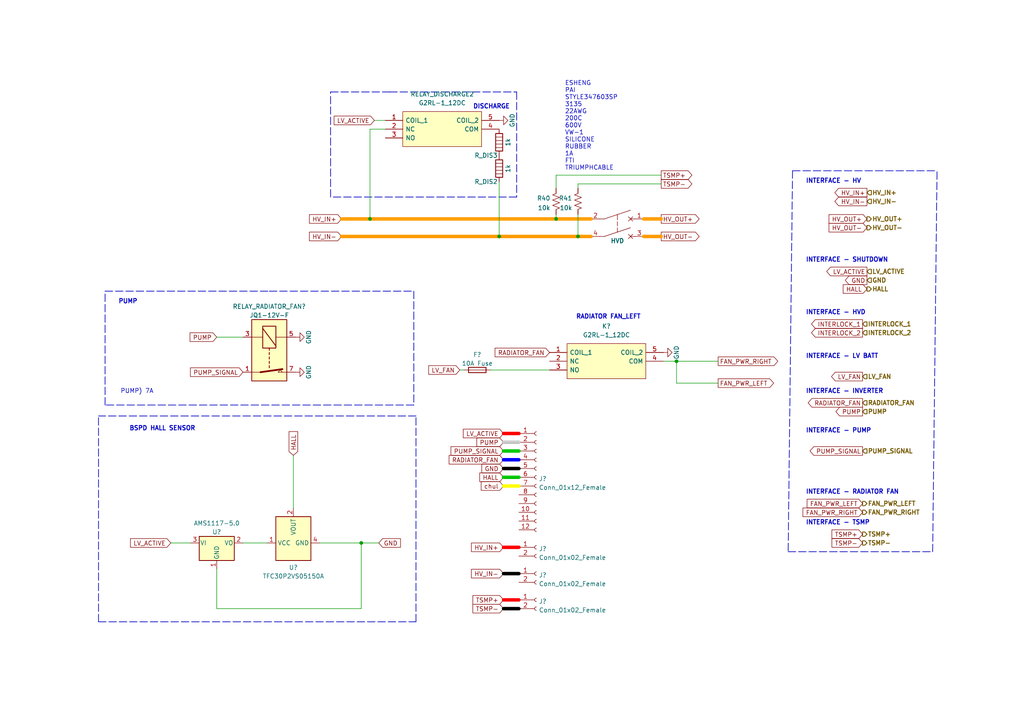
<source format=kicad_sch>
(kicad_sch (version 20211123) (generator eeschema)

  (uuid 7c790b85-3190-4d10-8ca5-7cfa6716b333)

  (paper "A4")

  (lib_symbols
    (symbol "Connector:Conn_01x02_Female" (pin_names (offset 1.016) hide) (in_bom yes) (on_board yes)
      (property "Reference" "J" (id 0) (at 0 2.54 0)
        (effects (font (size 1.27 1.27)))
      )
      (property "Value" "Conn_01x02_Female" (id 1) (at 0 -5.08 0)
        (effects (font (size 1.27 1.27)))
      )
      (property "Footprint" "" (id 2) (at 0 0 0)
        (effects (font (size 1.27 1.27)) hide)
      )
      (property "Datasheet" "~" (id 3) (at 0 0 0)
        (effects (font (size 1.27 1.27)) hide)
      )
      (property "ki_keywords" "connector" (id 4) (at 0 0 0)
        (effects (font (size 1.27 1.27)) hide)
      )
      (property "ki_description" "Generic connector, single row, 01x02, script generated (kicad-library-utils/schlib/autogen/connector/)" (id 5) (at 0 0 0)
        (effects (font (size 1.27 1.27)) hide)
      )
      (property "ki_fp_filters" "Connector*:*_1x??_*" (id 6) (at 0 0 0)
        (effects (font (size 1.27 1.27)) hide)
      )
      (symbol "Conn_01x02_Female_1_1"
        (arc (start 0 -2.032) (mid -0.508 -2.54) (end 0 -3.048)
          (stroke (width 0.1524) (type default) (color 0 0 0 0))
          (fill (type none))
        )
        (polyline
          (pts
            (xy -1.27 -2.54)
            (xy -0.508 -2.54)
          )
          (stroke (width 0.1524) (type default) (color 0 0 0 0))
          (fill (type none))
        )
        (polyline
          (pts
            (xy -1.27 0)
            (xy -0.508 0)
          )
          (stroke (width 0.1524) (type default) (color 0 0 0 0))
          (fill (type none))
        )
        (arc (start 0 0.508) (mid -0.508 0) (end 0 -0.508)
          (stroke (width 0.1524) (type default) (color 0 0 0 0))
          (fill (type none))
        )
        (pin passive line (at -5.08 0 0) (length 3.81)
          (name "Pin_1" (effects (font (size 1.27 1.27))))
          (number "1" (effects (font (size 1.27 1.27))))
        )
        (pin passive line (at -5.08 -2.54 0) (length 3.81)
          (name "Pin_2" (effects (font (size 1.27 1.27))))
          (number "2" (effects (font (size 1.27 1.27))))
        )
      )
    )
    (symbol "Connector:Conn_01x12_Female" (pin_names (offset 1.016) hide) (in_bom yes) (on_board yes)
      (property "Reference" "J" (id 0) (at 0 15.24 0)
        (effects (font (size 1.27 1.27)))
      )
      (property "Value" "Conn_01x12_Female" (id 1) (at 0 -17.78 0)
        (effects (font (size 1.27 1.27)))
      )
      (property "Footprint" "" (id 2) (at 0 0 0)
        (effects (font (size 1.27 1.27)) hide)
      )
      (property "Datasheet" "~" (id 3) (at 0 0 0)
        (effects (font (size 1.27 1.27)) hide)
      )
      (property "ki_keywords" "connector" (id 4) (at 0 0 0)
        (effects (font (size 1.27 1.27)) hide)
      )
      (property "ki_description" "Generic connector, single row, 01x12, script generated (kicad-library-utils/schlib/autogen/connector/)" (id 5) (at 0 0 0)
        (effects (font (size 1.27 1.27)) hide)
      )
      (property "ki_fp_filters" "Connector*:*_1x??_*" (id 6) (at 0 0 0)
        (effects (font (size 1.27 1.27)) hide)
      )
      (symbol "Conn_01x12_Female_1_1"
        (arc (start 0 -14.732) (mid -0.508 -15.24) (end 0 -15.748)
          (stroke (width 0.1524) (type default) (color 0 0 0 0))
          (fill (type none))
        )
        (arc (start 0 -12.192) (mid -0.508 -12.7) (end 0 -13.208)
          (stroke (width 0.1524) (type default) (color 0 0 0 0))
          (fill (type none))
        )
        (arc (start 0 -9.652) (mid -0.508 -10.16) (end 0 -10.668)
          (stroke (width 0.1524) (type default) (color 0 0 0 0))
          (fill (type none))
        )
        (arc (start 0 -7.112) (mid -0.508 -7.62) (end 0 -8.128)
          (stroke (width 0.1524) (type default) (color 0 0 0 0))
          (fill (type none))
        )
        (arc (start 0 -4.572) (mid -0.508 -5.08) (end 0 -5.588)
          (stroke (width 0.1524) (type default) (color 0 0 0 0))
          (fill (type none))
        )
        (arc (start 0 -2.032) (mid -0.508 -2.54) (end 0 -3.048)
          (stroke (width 0.1524) (type default) (color 0 0 0 0))
          (fill (type none))
        )
        (polyline
          (pts
            (xy -1.27 -15.24)
            (xy -0.508 -15.24)
          )
          (stroke (width 0.1524) (type default) (color 0 0 0 0))
          (fill (type none))
        )
        (polyline
          (pts
            (xy -1.27 -12.7)
            (xy -0.508 -12.7)
          )
          (stroke (width 0.1524) (type default) (color 0 0 0 0))
          (fill (type none))
        )
        (polyline
          (pts
            (xy -1.27 -10.16)
            (xy -0.508 -10.16)
          )
          (stroke (width 0.1524) (type default) (color 0 0 0 0))
          (fill (type none))
        )
        (polyline
          (pts
            (xy -1.27 -7.62)
            (xy -0.508 -7.62)
          )
          (stroke (width 0.1524) (type default) (color 0 0 0 0))
          (fill (type none))
        )
        (polyline
          (pts
            (xy -1.27 -5.08)
            (xy -0.508 -5.08)
          )
          (stroke (width 0.1524) (type default) (color 0 0 0 0))
          (fill (type none))
        )
        (polyline
          (pts
            (xy -1.27 -2.54)
            (xy -0.508 -2.54)
          )
          (stroke (width 0.1524) (type default) (color 0 0 0 0))
          (fill (type none))
        )
        (polyline
          (pts
            (xy -1.27 0)
            (xy -0.508 0)
          )
          (stroke (width 0.1524) (type default) (color 0 0 0 0))
          (fill (type none))
        )
        (polyline
          (pts
            (xy -1.27 2.54)
            (xy -0.508 2.54)
          )
          (stroke (width 0.1524) (type default) (color 0 0 0 0))
          (fill (type none))
        )
        (polyline
          (pts
            (xy -1.27 5.08)
            (xy -0.508 5.08)
          )
          (stroke (width 0.1524) (type default) (color 0 0 0 0))
          (fill (type none))
        )
        (polyline
          (pts
            (xy -1.27 7.62)
            (xy -0.508 7.62)
          )
          (stroke (width 0.1524) (type default) (color 0 0 0 0))
          (fill (type none))
        )
        (polyline
          (pts
            (xy -1.27 10.16)
            (xy -0.508 10.16)
          )
          (stroke (width 0.1524) (type default) (color 0 0 0 0))
          (fill (type none))
        )
        (polyline
          (pts
            (xy -1.27 12.7)
            (xy -0.508 12.7)
          )
          (stroke (width 0.1524) (type default) (color 0 0 0 0))
          (fill (type none))
        )
        (arc (start 0 0.508) (mid -0.508 0) (end 0 -0.508)
          (stroke (width 0.1524) (type default) (color 0 0 0 0))
          (fill (type none))
        )
        (arc (start 0 3.048) (mid -0.508 2.54) (end 0 2.032)
          (stroke (width 0.1524) (type default) (color 0 0 0 0))
          (fill (type none))
        )
        (arc (start 0 5.588) (mid -0.508 5.08) (end 0 4.572)
          (stroke (width 0.1524) (type default) (color 0 0 0 0))
          (fill (type none))
        )
        (arc (start 0 8.128) (mid -0.508 7.62) (end 0 7.112)
          (stroke (width 0.1524) (type default) (color 0 0 0 0))
          (fill (type none))
        )
        (arc (start 0 10.668) (mid -0.508 10.16) (end 0 9.652)
          (stroke (width 0.1524) (type default) (color 0 0 0 0))
          (fill (type none))
        )
        (arc (start 0 13.208) (mid -0.508 12.7) (end 0 12.192)
          (stroke (width 0.1524) (type default) (color 0 0 0 0))
          (fill (type none))
        )
        (pin passive line (at -5.08 12.7 0) (length 3.81)
          (name "Pin_1" (effects (font (size 1.27 1.27))))
          (number "1" (effects (font (size 1.27 1.27))))
        )
        (pin passive line (at -5.08 -10.16 0) (length 3.81)
          (name "Pin_10" (effects (font (size 1.27 1.27))))
          (number "10" (effects (font (size 1.27 1.27))))
        )
        (pin passive line (at -5.08 -12.7 0) (length 3.81)
          (name "Pin_11" (effects (font (size 1.27 1.27))))
          (number "11" (effects (font (size 1.27 1.27))))
        )
        (pin passive line (at -5.08 -15.24 0) (length 3.81)
          (name "Pin_12" (effects (font (size 1.27 1.27))))
          (number "12" (effects (font (size 1.27 1.27))))
        )
        (pin passive line (at -5.08 10.16 0) (length 3.81)
          (name "Pin_2" (effects (font (size 1.27 1.27))))
          (number "2" (effects (font (size 1.27 1.27))))
        )
        (pin passive line (at -5.08 7.62 0) (length 3.81)
          (name "Pin_3" (effects (font (size 1.27 1.27))))
          (number "3" (effects (font (size 1.27 1.27))))
        )
        (pin passive line (at -5.08 5.08 0) (length 3.81)
          (name "Pin_4" (effects (font (size 1.27 1.27))))
          (number "4" (effects (font (size 1.27 1.27))))
        )
        (pin passive line (at -5.08 2.54 0) (length 3.81)
          (name "Pin_5" (effects (font (size 1.27 1.27))))
          (number "5" (effects (font (size 1.27 1.27))))
        )
        (pin passive line (at -5.08 0 0) (length 3.81)
          (name "Pin_6" (effects (font (size 1.27 1.27))))
          (number "6" (effects (font (size 1.27 1.27))))
        )
        (pin passive line (at -5.08 -2.54 0) (length 3.81)
          (name "Pin_7" (effects (font (size 1.27 1.27))))
          (number "7" (effects (font (size 1.27 1.27))))
        )
        (pin passive line (at -5.08 -5.08 0) (length 3.81)
          (name "Pin_8" (effects (font (size 1.27 1.27))))
          (number "8" (effects (font (size 1.27 1.27))))
        )
        (pin passive line (at -5.08 -7.62 0) (length 3.81)
          (name "Pin_9" (effects (font (size 1.27 1.27))))
          (number "9" (effects (font (size 1.27 1.27))))
        )
      )
    )
    (symbol "Device:CircuitBreaker_2P" (in_bom yes) (on_board yes)
      (property "Reference" "CB" (id 0) (at 3.81 0 0)
        (effects (font (size 1.27 1.27)) (justify left))
      )
      (property "Value" "CircuitBreaker_2P" (id 1) (at 3.81 2.54 0)
        (effects (font (size 1.27 1.27)) (justify left))
      )
      (property "Footprint" "" (id 2) (at -2.54 0 0)
        (effects (font (size 1.27 1.27)) hide)
      )
      (property "Datasheet" "~" (id 3) (at -2.54 0 0)
        (effects (font (size 1.27 1.27)) hide)
      )
      (property "ki_keywords" "CB 2P" (id 4) (at 0 0 0)
        (effects (font (size 1.27 1.27)) hide)
      )
      (property "ki_description" "Double pole circuit breaker" (id 5) (at 0 0 0)
        (effects (font (size 1.27 1.27)) hide)
      )
      (symbol "CircuitBreaker_2P_0_1"
        (polyline
          (pts
            (xy -3.81 0)
            (xy -2.286 0)
          )
          (stroke (width 0) (type default) (color 0 0 0 0))
          (fill (type none))
        )
        (polyline
          (pts
            (xy -2.54 -3.81)
            (xy -5.08 3.81)
          )
          (stroke (width 0) (type default) (color 0 0 0 0))
          (fill (type none))
        )
        (polyline
          (pts
            (xy -1.778 0)
            (xy -0.508 0)
          )
          (stroke (width 0) (type default) (color 0 0 0 0))
          (fill (type none))
        )
        (polyline
          (pts
            (xy 0 0)
            (xy 1.27 0)
          )
          (stroke (width 0) (type default) (color 0 0 0 0))
          (fill (type none))
        )
        (polyline
          (pts
            (xy 2.54 -5.08)
            (xy 2.54 -3.81)
          )
          (stroke (width 0) (type default) (color 0 0 0 0))
          (fill (type none))
        )
        (polyline
          (pts
            (xy 2.54 -3.81)
            (xy 0 3.81)
          )
          (stroke (width 0) (type default) (color 0 0 0 0))
          (fill (type none))
        )
      )
      (symbol "CircuitBreaker_2P_1_1"
        (polyline
          (pts
            (xy -3.175 4.445)
            (xy -1.905 3.175)
          )
          (stroke (width 0) (type default) (color 0 0 0 0))
          (fill (type none))
        )
        (polyline
          (pts
            (xy -2.54 -3.81)
            (xy -2.54 -5.08)
          )
          (stroke (width 0) (type default) (color 0 0 0 0))
          (fill (type none))
        )
        (polyline
          (pts
            (xy -2.54 5.08)
            (xy -2.54 3.81)
          )
          (stroke (width 0) (type default) (color 0 0 0 0))
          (fill (type none))
        )
        (polyline
          (pts
            (xy -1.905 4.445)
            (xy -3.175 3.175)
          )
          (stroke (width 0) (type default) (color 0 0 0 0))
          (fill (type none))
        )
        (polyline
          (pts
            (xy 1.905 4.445)
            (xy 3.175 3.175)
          )
          (stroke (width 0) (type default) (color 0 0 0 0))
          (fill (type none))
        )
        (polyline
          (pts
            (xy 2.54 5.08)
            (xy 2.54 3.81)
          )
          (stroke (width 0) (type default) (color 0 0 0 0))
          (fill (type none))
        )
        (polyline
          (pts
            (xy 3.175 4.445)
            (xy 1.905 3.175)
          )
          (stroke (width 0) (type default) (color 0 0 0 0))
          (fill (type none))
        )
        (pin passive line (at -2.54 7.62 270) (length 2.54)
          (name "~" (effects (font (size 1.27 1.27))))
          (number "1" (effects (font (size 1.27 1.27))))
        )
        (pin passive line (at -2.54 -7.62 90) (length 2.54)
          (name "~" (effects (font (size 1.27 1.27))))
          (number "2" (effects (font (size 1.27 1.27))))
        )
        (pin passive line (at 2.54 7.62 270) (length 2.54)
          (name "~" (effects (font (size 1.27 1.27))))
          (number "3" (effects (font (size 1.27 1.27))))
        )
        (pin passive line (at 2.54 -7.62 90) (length 2.54)
          (name "~" (effects (font (size 1.27 1.27))))
          (number "4" (effects (font (size 1.27 1.27))))
        )
      )
    )
    (symbol "Device:Fuse" (pin_numbers hide) (pin_names (offset 0)) (in_bom yes) (on_board yes)
      (property "Reference" "F" (id 0) (at 2.032 0 90)
        (effects (font (size 1.27 1.27)))
      )
      (property "Value" "Fuse" (id 1) (at -1.905 0 90)
        (effects (font (size 1.27 1.27)))
      )
      (property "Footprint" "" (id 2) (at -1.778 0 90)
        (effects (font (size 1.27 1.27)) hide)
      )
      (property "Datasheet" "~" (id 3) (at 0 0 0)
        (effects (font (size 1.27 1.27)) hide)
      )
      (property "ki_keywords" "fuse" (id 4) (at 0 0 0)
        (effects (font (size 1.27 1.27)) hide)
      )
      (property "ki_description" "Fuse" (id 5) (at 0 0 0)
        (effects (font (size 1.27 1.27)) hide)
      )
      (property "ki_fp_filters" "*Fuse*" (id 6) (at 0 0 0)
        (effects (font (size 1.27 1.27)) hide)
      )
      (symbol "Fuse_0_1"
        (rectangle (start -0.762 -2.54) (end 0.762 2.54)
          (stroke (width 0.254) (type default) (color 0 0 0 0))
          (fill (type none))
        )
        (polyline
          (pts
            (xy 0 2.54)
            (xy 0 -2.54)
          )
          (stroke (width 0) (type default) (color 0 0 0 0))
          (fill (type none))
        )
      )
      (symbol "Fuse_1_1"
        (pin passive line (at 0 3.81 270) (length 1.27)
          (name "~" (effects (font (size 1.27 1.27))))
          (number "1" (effects (font (size 1.27 1.27))))
        )
        (pin passive line (at 0 -3.81 90) (length 1.27)
          (name "~" (effects (font (size 1.27 1.27))))
          (number "2" (effects (font (size 1.27 1.27))))
        )
      )
    )
    (symbol "Device:Heater" (pin_numbers hide) (pin_names (offset 0)) (in_bom yes) (on_board yes)
      (property "Reference" "R" (id 0) (at 2.032 0 90)
        (effects (font (size 1.27 1.27)))
      )
      (property "Value" "Heater" (id 1) (at -2.032 0 90)
        (effects (font (size 1.27 1.27)))
      )
      (property "Footprint" "" (id 2) (at -1.778 0 90)
        (effects (font (size 1.27 1.27)) hide)
      )
      (property "Datasheet" "~" (id 3) (at 0 0 0)
        (effects (font (size 1.27 1.27)) hide)
      )
      (property "ki_keywords" "heater R resistor" (id 4) (at 0 0 0)
        (effects (font (size 1.27 1.27)) hide)
      )
      (property "ki_description" "Resistive heater" (id 5) (at 0 0 0)
        (effects (font (size 1.27 1.27)) hide)
      )
      (symbol "Heater_0_1"
        (rectangle (start -1.016 -2.54) (end 1.016 2.54)
          (stroke (width 0.254) (type default) (color 0 0 0 0))
          (fill (type none))
        )
        (polyline
          (pts
            (xy -1.016 1.524)
            (xy 1.016 1.524)
          )
          (stroke (width 0) (type default) (color 0 0 0 0))
          (fill (type none))
        )
        (polyline
          (pts
            (xy 1.016 -1.524)
            (xy -1.016 -1.524)
          )
          (stroke (width 0) (type default) (color 0 0 0 0))
          (fill (type none))
        )
        (polyline
          (pts
            (xy 1.016 -0.508)
            (xy -1.016 -0.508)
          )
          (stroke (width 0) (type default) (color 0 0 0 0))
          (fill (type none))
        )
        (polyline
          (pts
            (xy 1.016 0.508)
            (xy -1.016 0.508)
          )
          (stroke (width 0) (type default) (color 0 0 0 0))
          (fill (type none))
        )
      )
      (symbol "Heater_1_1"
        (pin passive line (at 0 3.81 270) (length 1.27)
          (name "~" (effects (font (size 1.27 1.27))))
          (number "1" (effects (font (size 1.27 1.27))))
        )
        (pin passive line (at 0 -3.81 90) (length 1.27)
          (name "~" (effects (font (size 1.27 1.27))))
          (number "2" (effects (font (size 1.27 1.27))))
        )
      )
    )
    (symbol "Device:R_US" (pin_numbers hide) (pin_names (offset 0)) (in_bom yes) (on_board yes)
      (property "Reference" "R" (id 0) (at 2.54 0 90)
        (effects (font (size 1.27 1.27)))
      )
      (property "Value" "R_US" (id 1) (at -2.54 0 90)
        (effects (font (size 1.27 1.27)))
      )
      (property "Footprint" "" (id 2) (at 1.016 -0.254 90)
        (effects (font (size 1.27 1.27)) hide)
      )
      (property "Datasheet" "~" (id 3) (at 0 0 0)
        (effects (font (size 1.27 1.27)) hide)
      )
      (property "ki_keywords" "R res resistor" (id 4) (at 0 0 0)
        (effects (font (size 1.27 1.27)) hide)
      )
      (property "ki_description" "Resistor, US symbol" (id 5) (at 0 0 0)
        (effects (font (size 1.27 1.27)) hide)
      )
      (property "ki_fp_filters" "R_*" (id 6) (at 0 0 0)
        (effects (font (size 1.27 1.27)) hide)
      )
      (symbol "R_US_0_1"
        (polyline
          (pts
            (xy 0 -2.286)
            (xy 0 -2.54)
          )
          (stroke (width 0) (type default) (color 0 0 0 0))
          (fill (type none))
        )
        (polyline
          (pts
            (xy 0 2.286)
            (xy 0 2.54)
          )
          (stroke (width 0) (type default) (color 0 0 0 0))
          (fill (type none))
        )
        (polyline
          (pts
            (xy 0 -0.762)
            (xy 1.016 -1.143)
            (xy 0 -1.524)
            (xy -1.016 -1.905)
            (xy 0 -2.286)
          )
          (stroke (width 0) (type default) (color 0 0 0 0))
          (fill (type none))
        )
        (polyline
          (pts
            (xy 0 0.762)
            (xy 1.016 0.381)
            (xy 0 0)
            (xy -1.016 -0.381)
            (xy 0 -0.762)
          )
          (stroke (width 0) (type default) (color 0 0 0 0))
          (fill (type none))
        )
        (polyline
          (pts
            (xy 0 2.286)
            (xy 1.016 1.905)
            (xy 0 1.524)
            (xy -1.016 1.143)
            (xy 0 0.762)
          )
          (stroke (width 0) (type default) (color 0 0 0 0))
          (fill (type none))
        )
      )
      (symbol "R_US_1_1"
        (pin passive line (at 0 3.81 270) (length 1.27)
          (name "~" (effects (font (size 1.27 1.27))))
          (number "1" (effects (font (size 1.27 1.27))))
        )
        (pin passive line (at 0 -3.81 90) (length 1.27)
          (name "~" (effects (font (size 1.27 1.27))))
          (number "2" (effects (font (size 1.27 1.27))))
        )
      )
    )
    (symbol "G2RL-1_12DC:G2RL-1_12DC" (pin_names (offset 0.762)) (in_bom yes) (on_board yes)
      (property "Reference" "K" (id 0) (at 29.21 7.62 0)
        (effects (font (size 1.27 1.27)) (justify left))
      )
      (property "Value" "G2RL-1_12DC" (id 1) (at 29.21 5.08 0)
        (effects (font (size 1.27 1.27)) (justify left))
      )
      (property "Footprint" "G2RL112DC" (id 2) (at 29.21 2.54 0)
        (effects (font (size 1.27 1.27)) (justify left) hide)
      )
      (property "Datasheet" "http://uk.rs-online.com/web/p/products/3650490P" (id 3) (at 29.21 0 0)
        (effects (font (size 1.27 1.27)) (justify left) hide)
      )
      (property "Description" "General Purpose Relay, G2RL Series, Power, Non Latching, SPDT, 12 VDC, 12 A RoHS Compliant: Yes" (id 4) (at 29.21 -2.54 0)
        (effects (font (size 1.27 1.27)) (justify left) hide)
      )
      (property "Height" "15.7" (id 5) (at 29.21 -5.08 0)
        (effects (font (size 1.27 1.27)) (justify left) hide)
      )
      (property "Manufacturer_Name" "Omron Electronics" (id 6) (at 29.21 -7.62 0)
        (effects (font (size 1.27 1.27)) (justify left) hide)
      )
      (property "Manufacturer_Part_Number" "G2RL-1 12DC" (id 7) (at 29.21 -10.16 0)
        (effects (font (size 1.27 1.27)) (justify left) hide)
      )
      (property "Mouser Part Number" "" (id 8) (at 29.21 -12.7 0)
        (effects (font (size 1.27 1.27)) (justify left) hide)
      )
      (property "Mouser Price/Stock" "" (id 9) (at 29.21 -15.24 0)
        (effects (font (size 1.27 1.27)) (justify left) hide)
      )
      (property "Arrow Part Number" "" (id 10) (at 29.21 -17.78 0)
        (effects (font (size 1.27 1.27)) (justify left) hide)
      )
      (property "Arrow Price/Stock" "" (id 11) (at 29.21 -20.32 0)
        (effects (font (size 1.27 1.27)) (justify left) hide)
      )
      (property "ki_description" "General Purpose Relay, G2RL Series, Power, Non Latching, SPDT, 12 VDC, 12 A RoHS Compliant: Yes" (id 12) (at 0 0 0)
        (effects (font (size 1.27 1.27)) hide)
      )
      (symbol "G2RL-1_12DC_0_0"
        (pin passive line (at 0 0 0) (length 5.08)
          (name "COIL_1" (effects (font (size 1.27 1.27))))
          (number "1" (effects (font (size 1.27 1.27))))
        )
        (pin passive line (at 0 -2.54 0) (length 5.08)
          (name "NC" (effects (font (size 1.27 1.27))))
          (number "2" (effects (font (size 1.27 1.27))))
        )
        (pin passive line (at 0 -5.08 0) (length 5.08)
          (name "NO" (effects (font (size 1.27 1.27))))
          (number "3" (effects (font (size 1.27 1.27))))
        )
        (pin passive line (at 33.02 -2.54 180) (length 5.08)
          (name "COM" (effects (font (size 1.27 1.27))))
          (number "4" (effects (font (size 1.27 1.27))))
        )
        (pin passive line (at 33.02 0 180) (length 5.08)
          (name "COIL_2" (effects (font (size 1.27 1.27))))
          (number "5" (effects (font (size 1.27 1.27))))
        )
      )
      (symbol "G2RL-1_12DC_0_1"
        (polyline
          (pts
            (xy 5.08 2.54)
            (xy 27.94 2.54)
            (xy 27.94 -7.62)
            (xy 5.08 -7.62)
            (xy 5.08 2.54)
          )
          (stroke (width 0.1524) (type default) (color 0 0 0 0))
          (fill (type background))
        )
      )
    )
    (symbol "Regulator_Linear:AMS1117-5.0" (pin_names (offset 0.254)) (in_bom yes) (on_board yes)
      (property "Reference" "U" (id 0) (at -3.81 3.175 0)
        (effects (font (size 1.27 1.27)))
      )
      (property "Value" "AMS1117-5.0" (id 1) (at 0 3.175 0)
        (effects (font (size 1.27 1.27)) (justify left))
      )
      (property "Footprint" "Package_TO_SOT_SMD:SOT-223-3_TabPin2" (id 2) (at 0 5.08 0)
        (effects (font (size 1.27 1.27)) hide)
      )
      (property "Datasheet" "http://www.advanced-monolithic.com/pdf/ds1117.pdf" (id 3) (at 2.54 -6.35 0)
        (effects (font (size 1.27 1.27)) hide)
      )
      (property "ki_keywords" "linear regulator ldo fixed positive" (id 4) (at 0 0 0)
        (effects (font (size 1.27 1.27)) hide)
      )
      (property "ki_description" "1A Low Dropout regulator, positive, 5.0V fixed output, SOT-223" (id 5) (at 0 0 0)
        (effects (font (size 1.27 1.27)) hide)
      )
      (property "ki_fp_filters" "SOT?223*TabPin2*" (id 6) (at 0 0 0)
        (effects (font (size 1.27 1.27)) hide)
      )
      (symbol "AMS1117-5.0_0_1"
        (rectangle (start -5.08 -5.08) (end 5.08 1.905)
          (stroke (width 0.254) (type default) (color 0 0 0 0))
          (fill (type background))
        )
      )
      (symbol "AMS1117-5.0_1_1"
        (pin power_in line (at 0 -7.62 90) (length 2.54)
          (name "GND" (effects (font (size 1.27 1.27))))
          (number "1" (effects (font (size 1.27 1.27))))
        )
        (pin power_out line (at 7.62 0 180) (length 2.54)
          (name "VO" (effects (font (size 1.27 1.27))))
          (number "2" (effects (font (size 1.27 1.27))))
        )
        (pin power_in line (at -7.62 0 0) (length 2.54)
          (name "VI" (effects (font (size 1.27 1.27))))
          (number "3" (effects (font (size 1.27 1.27))))
        )
      )
    )
    (symbol "Relay:MSxx-1Bxx-75" (in_bom yes) (on_board yes)
      (property "Reference" "K" (id 0) (at 8.89 3.81 0)
        (effects (font (size 1.27 1.27)) (justify left))
      )
      (property "Value" "MSxx-1Bxx-75" (id 1) (at 8.89 1.27 0)
        (effects (font (size 1.27 1.27)) (justify left))
      )
      (property "Footprint" "Relay_THT:Relay_SPST_StandexMeder_MS_Form1AB" (id 2) (at 8.89 -1.27 0)
        (effects (font (size 1.27 1.27)) (justify left) hide)
      )
      (property "Datasheet" "https://standexelectronics.com/de/produkte/ms-reed-relais/" (id 3) (at 0 0 0)
        (effects (font (size 1.27 1.27)) hide)
      )
      (property "ki_keywords" "Single Pole Reed Relay SPST" (id 4) (at 0 0 0)
        (effects (font (size 1.27 1.27)) hide)
      )
      (property "ki_description" "Standex Meder MS reed relay, SPST, Opening Contact" (id 5) (at 0 0 0)
        (effects (font (size 1.27 1.27)) hide)
      )
      (property "ki_fp_filters" "Relay*SPST*StandexMeder*MS*Form1AB*" (id 6) (at 0 0 0)
        (effects (font (size 1.27 1.27)) hide)
      )
      (symbol "MSxx-1Bxx-75_0_0"
        (polyline
          (pts
            (xy 5.08 5.08)
            (xy 5.08 2.54)
            (xy 4.445 3.175)
            (xy 5.08 3.81)
          )
          (stroke (width 0) (type default) (color 0 0 0 0))
          (fill (type none))
        )
      )
      (symbol "MSxx-1Bxx-75_0_1"
        (rectangle (start -10.16 5.08) (end 7.62 -5.08)
          (stroke (width 0.254) (type default) (color 0 0 0 0))
          (fill (type background))
        )
        (rectangle (start -8.255 1.905) (end -1.905 -1.905)
          (stroke (width 0.254) (type default) (color 0 0 0 0))
          (fill (type none))
        )
        (polyline
          (pts
            (xy -7.62 -1.905)
            (xy -2.54 1.905)
          )
          (stroke (width 0.254) (type default) (color 0 0 0 0))
          (fill (type none))
        )
        (polyline
          (pts
            (xy -5.08 -5.08)
            (xy -5.08 -1.905)
          )
          (stroke (width 0) (type default) (color 0 0 0 0))
          (fill (type none))
        )
        (polyline
          (pts
            (xy -5.08 5.08)
            (xy -5.08 1.905)
          )
          (stroke (width 0) (type default) (color 0 0 0 0))
          (fill (type none))
        )
        (polyline
          (pts
            (xy -1.905 0)
            (xy -1.27 0)
          )
          (stroke (width 0.254) (type default) (color 0 0 0 0))
          (fill (type none))
        )
        (polyline
          (pts
            (xy -0.635 0)
            (xy 0 0)
          )
          (stroke (width 0.254) (type default) (color 0 0 0 0))
          (fill (type none))
        )
        (polyline
          (pts
            (xy 0.635 0)
            (xy 1.27 0)
          )
          (stroke (width 0.254) (type default) (color 0 0 0 0))
          (fill (type none))
        )
        (polyline
          (pts
            (xy 1.905 0)
            (xy 2.54 0)
          )
          (stroke (width 0.254) (type default) (color 0 0 0 0))
          (fill (type none))
        )
        (polyline
          (pts
            (xy 3.175 0)
            (xy 3.81 0)
          )
          (stroke (width 0.254) (type default) (color 0 0 0 0))
          (fill (type none))
        )
        (polyline
          (pts
            (xy 5.08 -2.54)
            (xy 4.191 3.81)
          )
          (stroke (width 0.508) (type default) (color 0 0 0 0))
          (fill (type none))
        )
        (polyline
          (pts
            (xy 5.08 -2.54)
            (xy 5.08 -5.08)
          )
          (stroke (width 0) (type default) (color 0 0 0 0))
          (fill (type none))
        )
      )
      (symbol "MSxx-1Bxx-75_1_1"
        (pin passive line (at 5.08 -7.62 90) (length 2.54)
          (name "~" (effects (font (size 1.27 1.27))))
          (number "1" (effects (font (size 1.27 1.27))))
        )
        (pin passive line (at -5.08 -7.62 90) (length 2.54)
          (name "~" (effects (font (size 1.27 1.27))))
          (number "3" (effects (font (size 1.27 1.27))))
        )
        (pin passive line (at -5.08 7.62 270) (length 2.54)
          (name "~" (effects (font (size 1.27 1.27))))
          (number "5" (effects (font (size 1.27 1.27))))
        )
        (pin passive line (at 5.08 7.62 270) (length 2.54)
          (name "~" (effects (font (size 1.27 1.27))))
          (number "7" (effects (font (size 1.27 1.27))))
        )
      )
    )
    (symbol "Sensor_Current:A1363xKTTN-1" (in_bom yes) (on_board yes)
      (property "Reference" "U" (id 0) (at 8.89 6.35 0)
        (effects (font (size 1.27 1.27)) (justify left))
      )
      (property "Value" "A1363xKTTN-1" (id 1) (at 8.89 3.81 0)
        (effects (font (size 1.27 1.27)) (justify left))
      )
      (property "Footprint" "Sensor_Current:Allegro_SIP-4" (id 2) (at 8.89 -2.54 0)
        (effects (font (size 1.27 1.27) italic) (justify left) hide)
      )
      (property "Datasheet" "http://www.allegromicro.com/~/media/Files/Datasheets/A1363-Datasheet.ashx?la=en" (id 3) (at 0 0 0)
        (effects (font (size 1.27 1.27)) hide)
      )
      (property "ki_keywords" "hall effect current monitor sensor isolated" (id 4) (at 0 0 0)
        (effects (font (size 1.27 1.27)) hide)
      )
      (property "ki_description" "Programmable Linear Hall Effect Sensor, +0.6 to +1.3mV/G, SIP-4" (id 5) (at 0 0 0)
        (effects (font (size 1.27 1.27)) hide)
      )
      (property "ki_fp_filters" "Allegro*SIP*" (id 6) (at 0 0 0)
        (effects (font (size 1.27 1.27)) hide)
      )
      (symbol "A1363xKTTN-1_0_1"
        (rectangle (start -5.08 5.08) (end 7.62 -5.08)
          (stroke (width 0.254) (type default) (color 0 0 0 0))
          (fill (type background))
        )
      )
      (symbol "A1363xKTTN-1_1_1"
        (pin power_in line (at 0 7.62 270) (length 2.54)
          (name "VCC" (effects (font (size 1.27 1.27))))
          (number "1" (effects (font (size 1.27 1.27))))
        )
        (pin output line (at 10.16 0 180) (length 2.54)
          (name "VOUT" (effects (font (size 1.27 1.27))))
          (number "2" (effects (font (size 1.27 1.27))))
        )
        (pin no_connect line (at 7.62 -2.54 180) (length 2.54) hide
          (name "NC" (effects (font (size 1.27 1.27))))
          (number "3" (effects (font (size 1.27 1.27))))
        )
        (pin power_in line (at 0 -7.62 90) (length 2.54)
          (name "GND" (effects (font (size 1.27 1.27))))
          (number "4" (effects (font (size 1.27 1.27))))
        )
      )
    )
    (symbol "power:GND" (power) (pin_names (offset 0)) (in_bom yes) (on_board yes)
      (property "Reference" "#PWR" (id 0) (at 0 -6.35 0)
        (effects (font (size 1.27 1.27)) hide)
      )
      (property "Value" "GND" (id 1) (at 0 -3.81 0)
        (effects (font (size 1.27 1.27)))
      )
      (property "Footprint" "" (id 2) (at 0 0 0)
        (effects (font (size 1.27 1.27)) hide)
      )
      (property "Datasheet" "" (id 3) (at 0 0 0)
        (effects (font (size 1.27 1.27)) hide)
      )
      (property "ki_keywords" "power-flag" (id 4) (at 0 0 0)
        (effects (font (size 1.27 1.27)) hide)
      )
      (property "ki_description" "Power symbol creates a global label with name \"GND\" , ground" (id 5) (at 0 0 0)
        (effects (font (size 1.27 1.27)) hide)
      )
      (symbol "GND_0_1"
        (polyline
          (pts
            (xy 0 0)
            (xy 0 -1.27)
            (xy 1.27 -1.27)
            (xy 0 -2.54)
            (xy -1.27 -1.27)
            (xy 0 -1.27)
          )
          (stroke (width 0) (type default) (color 0 0 0 0))
          (fill (type none))
        )
      )
      (symbol "GND_1_1"
        (pin power_in line (at 0 0 270) (length 0) hide
          (name "GND" (effects (font (size 1.27 1.27))))
          (number "1" (effects (font (size 1.27 1.27))))
        )
      )
    )
  )

  (junction (at 161.29 63.5) (diameter 0) (color 0 0 0 0)
    (uuid 0a93cab7-c879-4985-bba8-e015e667b85c)
  )
  (junction (at 196.215 104.775) (diameter 0) (color 0 0 0 0)
    (uuid 29e87459-f14f-4a09-b276-3b1c338ab2ee)
  )
  (junction (at 167.64 68.58) (diameter 0) (color 0 0 0 0)
    (uuid 42c63baa-8d09-4908-99d1-342203c1e15e)
  )
  (junction (at 107.315 63.5) (diameter 0) (color 0 0 0 0)
    (uuid 65d1f092-783b-48ec-be22-5f1221a75e8c)
  )
  (junction (at 144.78 68.58) (diameter 0) (color 0 0 0 0)
    (uuid 7f34e40c-fec0-479d-8eeb-a863abda8ead)
  )
  (junction (at 104.775 157.48) (diameter 0) (color 0 0 0 0)
    (uuid ef58421e-2a93-48d5-a1a3-e65ad47c8ecf)
  )

  (wire (pts (xy 161.29 62.23) (xy 161.29 63.5))
    (stroke (width 0) (type default) (color 0 0 0 0))
    (uuid 028a3b02-5f96-46f2-91a9-76d6c9bc70ff)
  )
  (wire (pts (xy 167.64 53.34) (xy 191.77 53.34))
    (stroke (width 0) (type default) (color 0 0 0 0))
    (uuid 0c383621-f3ff-4a7e-88e9-3bf825c770f4)
  )
  (wire (pts (xy 146.05 158.75) (xy 150.495 158.75))
    (stroke (width 1) (type default) (color 255 0 0 1))
    (uuid 0f1c2bd4-47a8-47a8-b7cf-2ed90985313b)
  )
  (wire (pts (xy 146.05 133.35) (xy 150.495 133.35))
    (stroke (width 1) (type default) (color 0 0 255 1))
    (uuid 140976ed-5af4-430f-8dd7-d3554bc6e294)
  )
  (polyline (pts (xy 120.65 120.65) (xy 28.575 120.65))
    (stroke (width 0.2) (type default) (color 0 0 0 0))
    (uuid 1a18331c-0c90-4686-9eb7-896aeea5b7f3)
  )

  (wire (pts (xy 167.64 62.23) (xy 167.64 68.58))
    (stroke (width 0) (type default) (color 0 0 0 0))
    (uuid 1a95fdad-f904-4e41-b6f2-df9ae02a62b2)
  )
  (wire (pts (xy 107.315 37.465) (xy 107.315 63.5))
    (stroke (width 0) (type default) (color 0 0 0 0))
    (uuid 274255f1-5d04-4069-81a9-4474ad9b85d6)
  )
  (wire (pts (xy 146.05 176.53) (xy 150.495 176.53))
    (stroke (width 1) (type default) (color 0 0 0 1))
    (uuid 2892e503-6fff-4fb1-9d1d-046e154c1407)
  )
  (wire (pts (xy 62.865 176.53) (xy 104.775 176.53))
    (stroke (width 0) (type default) (color 0 0 0 0))
    (uuid 2f72ab2b-848b-4a1c-bd09-1ca45a0a4ea2)
  )
  (polyline (pts (xy 30.48 117.475) (xy 30.48 84.455))
    (stroke (width 0.2) (type default) (color 0 0 0 0))
    (uuid 305169e0-466e-428d-8762-3a3536535789)
  )

  (wire (pts (xy 146.05 173.99) (xy 150.495 173.99))
    (stroke (width 1) (type default) (color 255 0 0 1))
    (uuid 329c229c-d0f9-459a-b9fd-550097885dde)
  )
  (wire (pts (xy 104.775 157.48) (xy 109.855 157.48))
    (stroke (width 0) (type default) (color 0 0 0 0))
    (uuid 37afe372-abf1-4d57-9a76-0da3d496310c)
  )
  (wire (pts (xy 133.35 107.315) (xy 134.62 107.315))
    (stroke (width 0) (type default) (color 0 0 0 0))
    (uuid 38e9cd96-0df4-42c9-a796-3753f28c1074)
  )
  (polyline (pts (xy 120.65 180.34) (xy 120.65 120.65))
    (stroke (width 0.2) (type default) (color 0 0 0 0))
    (uuid 3ab9aac7-a8a0-465f-b741-bad9d94ee2a9)
  )

  (wire (pts (xy 196.215 111.125) (xy 208.28 111.125))
    (stroke (width 0) (type default) (color 0 0 0 0))
    (uuid 3da8279e-c6ff-4771-a544-510d37618441)
  )
  (wire (pts (xy 186.69 68.58) (xy 191.77 68.58))
    (stroke (width 1) (type default) (color 255 153 0 1))
    (uuid 3e7cbfe8-0bbc-4482-8b8e-fe8487138386)
  )
  (polyline (pts (xy 149.86 26.67) (xy 149.86 57.15))
    (stroke (width 0.2) (type default) (color 0 0 0 0))
    (uuid 464d960f-a1db-4fe7-bd1b-632d20be1a40)
  )

  (wire (pts (xy 167.64 68.58) (xy 171.45 68.58))
    (stroke (width 1) (type default) (color 255 153 0 1))
    (uuid 47171442-9f13-4460-a37e-9c6f9a1aeccb)
  )
  (polyline (pts (xy 270.51 160.02) (xy 271.78 49.53))
    (stroke (width 0.2) (type default) (color 0 0 0 0))
    (uuid 47fe08c3-548b-49a6-a824-e11f1f261a2c)
  )
  (polyline (pts (xy 28.575 180.34) (xy 120.65 180.34))
    (stroke (width 0.2) (type default) (color 0 0 0 0))
    (uuid 4f47fe5a-6623-46b9-8017-7a1281afe86d)
  )

  (wire (pts (xy 146.05 125.73) (xy 150.495 125.73))
    (stroke (width 1) (type default) (color 255 0 0 1))
    (uuid 5549a117-8a09-4155-8430-af6adf42f74b)
  )
  (polyline (pts (xy 149.86 57.15) (xy 95.885 57.15))
    (stroke (width 0.2) (type default) (color 0 0 0 0))
    (uuid 56b3d79e-8524-4990-b53c-8b76a1ff9ee3)
  )

  (wire (pts (xy 146.05 138.43) (xy 150.495 138.43))
    (stroke (width 1) (type default) (color 0 194 0 1))
    (uuid 638b2ac1-9750-45e3-8514-9ed226781c05)
  )
  (wire (pts (xy 70.485 97.79) (xy 62.865 97.79))
    (stroke (width 0) (type default) (color 0 0 0 0))
    (uuid 66b8dc75-87ed-4bee-b7d1-bfa157cb5d7b)
  )
  (polyline (pts (xy 28.575 180.34) (xy 28.575 120.65))
    (stroke (width 0.2) (type default) (color 0 0 0 0))
    (uuid 683dd3e1-2cfc-4101-ab39-38db21a557b1)
  )
  (polyline (pts (xy 113.03 26.67) (xy 149.86 26.67))
    (stroke (width 0.2) (type default) (color 0 0 0 0))
    (uuid 6c7c62f6-8bf0-4930-a92c-534652aa27af)
  )
  (polyline (pts (xy 228.6 160.02) (xy 270.51 160.02))
    (stroke (width 0.2) (type default) (color 0 0 0 0))
    (uuid 6deb9d3d-24fa-4d2c-b8ec-54d76c2f3549)
  )

  (wire (pts (xy 161.29 50.8) (xy 161.29 54.61))
    (stroke (width 0) (type default) (color 0 0 0 0))
    (uuid 6eb2c3cb-56da-4554-a91c-86171b2a437b)
  )
  (polyline (pts (xy 30.48 84.455) (xy 78.105 84.455))
    (stroke (width 0.2) (type default) (color 0 0 0 0))
    (uuid 6fc06cb1-50c7-4c4e-beab-9f15968414e9)
  )

  (wire (pts (xy 161.29 63.5) (xy 171.45 63.5))
    (stroke (width 1) (type default) (color 255 153 0 1))
    (uuid 7e1a685b-ba4b-4ec9-af86-5c69221cbe43)
  )
  (wire (pts (xy 167.64 53.34) (xy 167.64 54.61))
    (stroke (width 0) (type default) (color 0 0 0 0))
    (uuid 7e578259-b6cc-4a98-915c-121a3af322a2)
  )
  (polyline (pts (xy 120.015 117.475) (xy 30.48 117.475))
    (stroke (width 0.2) (type default) (color 0 0 0 0))
    (uuid 80bfca43-b176-4820-8405-b9f8f3af58c6)
  )

  (wire (pts (xy 62.865 165.1) (xy 62.865 176.53))
    (stroke (width 0) (type default) (color 0 0 0 0))
    (uuid 82672192-ac9d-4d73-8317-c346b801f074)
  )
  (wire (pts (xy 191.77 50.8) (xy 161.29 50.8))
    (stroke (width 0) (type default) (color 0 0 0 0))
    (uuid 8c61a85f-46b7-487b-b931-8f4cc0cfda42)
  )
  (wire (pts (xy 107.315 63.5) (xy 161.29 63.5))
    (stroke (width 1) (type default) (color 255 153 0 1))
    (uuid 9bbb7259-d208-40c0-b4d2-9a9f7432d44b)
  )
  (wire (pts (xy 196.215 104.775) (xy 208.28 104.775))
    (stroke (width 0) (type default) (color 0 0 0 0))
    (uuid 9f3050a1-b911-4884-97aa-f7b76c2dd573)
  )
  (wire (pts (xy 186.69 63.5) (xy 191.77 63.5))
    (stroke (width 1) (type default) (color 255 153 0 1))
    (uuid a557ec9c-976e-4818-8654-40feb932bdd3)
  )
  (wire (pts (xy 111.76 37.465) (xy 107.315 37.465))
    (stroke (width 0) (type default) (color 0 0 0 0))
    (uuid ab566c27-39de-4e9d-bc85-0172da922a27)
  )
  (wire (pts (xy 49.53 157.48) (xy 55.245 157.48))
    (stroke (width 0) (type default) (color 0 0 0 0))
    (uuid ab5b7502-02aa-4c42-bde3-5f7ab483b244)
  )
  (wire (pts (xy 192.405 104.775) (xy 196.215 104.775))
    (stroke (width 0) (type default) (color 0 0 0 0))
    (uuid ac816da6-acf2-41fb-aba4-b53b5d646475)
  )
  (wire (pts (xy 99.06 63.5) (xy 107.315 63.5))
    (stroke (width 1) (type default) (color 255 153 0 1))
    (uuid b1b628e8-a5a4-4902-96ee-bbe12092cdf7)
  )
  (wire (pts (xy 85.09 132.08) (xy 85.09 147.32))
    (stroke (width 0) (type default) (color 0 0 0 0))
    (uuid b9801b1a-8473-4bb6-9657-b7781ddb35b1)
  )
  (wire (pts (xy 144.78 52.705) (xy 144.78 68.58))
    (stroke (width 0) (type default) (color 0 0 0 0))
    (uuid bdf7f53c-c519-4d61-9e40-18a819f1f522)
  )
  (wire (pts (xy 146.05 135.89) (xy 150.495 135.89))
    (stroke (width 1) (type default) (color 0 0 0 1))
    (uuid be798a55-16af-4203-be30-5f3c7b687cab)
  )
  (wire (pts (xy 70.485 157.48) (xy 77.47 157.48))
    (stroke (width 0) (type default) (color 0 0 0 0))
    (uuid c330cea6-3f2e-4a89-9a7a-6c739fdc810f)
  )
  (polyline (pts (xy 120.015 84.455) (xy 120.015 117.475))
    (stroke (width 0.2) (type default) (color 0 0 0 0))
    (uuid c9c7d286-7385-4f07-9de3-adcdb2cb6e54)
  )

  (wire (pts (xy 146.05 140.97) (xy 150.495 140.97))
    (stroke (width 1) (type default) (color 255 255 0 1))
    (uuid ce637642-5f2f-4a53-a755-18157998d85f)
  )
  (wire (pts (xy 142.24 107.315) (xy 159.385 107.315))
    (stroke (width 0) (type default) (color 0 0 0 0))
    (uuid d1cf3be4-4c02-402b-b8fe-422984143b31)
  )
  (polyline (pts (xy 95.885 57.15) (xy 95.885 26.67))
    (stroke (width 0.2) (type default) (color 0 0 0 0))
    (uuid d2a04440-2c31-43d0-942e-3bcb31e3690f)
  )

  (wire (pts (xy 146.05 166.37) (xy 150.495 166.37))
    (stroke (width 1) (type default) (color 0 0 0 1))
    (uuid d4ea8e9d-0a17-443b-8d08-e0718d0cbfd1)
  )
  (wire (pts (xy 99.06 68.58) (xy 144.78 68.58))
    (stroke (width 1) (type default) (color 255 153 0 1))
    (uuid db1a3512-6c01-4e83-9a03-d1465e9e17d2)
  )
  (wire (pts (xy 146.05 128.27) (xy 150.495 128.27))
    (stroke (width 1) (type default) (color 194 194 194 1))
    (uuid dce94c19-30c5-4819-b2b6-5fb4ad26b8c3)
  )
  (wire (pts (xy 104.775 176.53) (xy 104.775 157.48))
    (stroke (width 0) (type default) (color 0 0 0 0))
    (uuid dd057b43-61bf-428e-86d4-f62ac291f253)
  )
  (polyline (pts (xy 229.87 49.53) (xy 228.6 160.02))
    (stroke (width 0.2) (type default) (color 0 0 0 0))
    (uuid e3d07fee-23d7-495e-9b23-422dc716352a)
  )
  (polyline (pts (xy 95.885 26.67) (xy 113.03 26.67))
    (stroke (width 0.2) (type default) (color 0 0 0 0))
    (uuid e4316269-a038-43ef-accd-3fee9eae28e2)
  )

  (wire (pts (xy 111.76 34.925) (xy 108.585 34.925))
    (stroke (width 0) (type default) (color 0 0 0 0))
    (uuid e4c553e1-1b7c-468c-9a48-05bd02711b5c)
  )
  (wire (pts (xy 146.05 130.81) (xy 150.495 130.81))
    (stroke (width 1) (type default) (color 0 194 0 1))
    (uuid e53ef797-97b8-4266-bb9f-5d2c226479cc)
  )
  (polyline (pts (xy 78.105 84.455) (xy 120.015 84.455))
    (stroke (width 0.2) (type default) (color 0 0 0 0))
    (uuid ecd0bd5d-3b67-45d0-b586-ec086ebfa2b8)
  )

  (wire (pts (xy 92.71 157.48) (xy 104.775 157.48))
    (stroke (width 0) (type default) (color 0 0 0 0))
    (uuid edf6d7df-303c-4e27-826e-3cb9c88bdb19)
  )
  (polyline (pts (xy 229.87 49.53) (xy 271.78 49.53))
    (stroke (width 0.2) (type default) (color 0 0 0 0))
    (uuid ee162f83-01eb-4548-a77d-8f9d7474d846)
  )

  (wire (pts (xy 196.215 104.775) (xy 196.215 111.125))
    (stroke (width 0) (type default) (color 0 0 0 0))
    (uuid ee7e9d5a-688f-49d5-b164-18f7ed20dc43)
  )
  (wire (pts (xy 144.78 68.58) (xy 167.64 68.58))
    (stroke (width 1) (type default) (color 255 153 0 1))
    (uuid fa784567-54e2-4d51-90ef-b143549adefe)
  )

  (text "INTERFACE - SHUTDOWN" (at 233.68 76.2 0)
    (effects (font (size 1.27 1.27) (thickness 0.254) bold) (justify left bottom))
    (uuid 02e095af-9921-48f6-9e5f-add4b5932351)
  )
  (text "ESHENG\nPAI\nSTYLE347603SP\n3135\n22AWG\n200C\n600V\nVW-1\nSILICONE\nRUBBER\n1A\nFTI\nTRIUMPHCABLE"
    (at 163.83 49.53 0)
    (effects (font (size 1.27 1.27)) (justify left bottom))
    (uuid 2e51b1a3-73d7-4906-a9fd-5e28facdb0a9)
  )
  (text "INTERFACE - HV" (at 233.68 53.34 0)
    (effects (font (size 1.27 1.27) (thickness 0.254) bold) (justify left bottom))
    (uuid 316df732-417b-4139-9557-3b44d1af01de)
  )
  (text "INTERFACE - RADIATOR FAN\n" (at 233.68 143.51 0)
    (effects (font (size 1.27 1.27) (thickness 0.254) bold) (justify left bottom))
    (uuid 497feb55-2eb4-4227-939c-608aa448c0b8)
  )
  (text "BSPD HALL SENSOR" (at 37.465 125.095 0)
    (effects (font (size 1.27 1.27) (thickness 0.254) bold) (justify left bottom))
    (uuid 519b30c3-6b6e-4c35-b06e-e6bf809a97a5)
  )
  (text "PUMP) 7A\n" (at 34.925 114.3 0)
    (effects (font (size 1.27 1.27)) (justify left bottom))
    (uuid 5f778c9d-56b6-4d15-a9b4-235c6d21dd04)
  )
  (text "INTERFACE - LV BATT\n" (at 233.68 104.14 0)
    (effects (font (size 1.27 1.27) (thickness 0.254) bold) (justify left bottom))
    (uuid 85ef488f-9cd2-4840-b7ee-328c8e9ff872)
  )
  (text "RADIATOR FAN_LEFT\n" (at 167.005 92.71 0)
    (effects (font (size 1.27 1.27) (thickness 0.254) bold) (justify left bottom))
    (uuid a024c48e-075f-42cd-a540-880f305cea88)
  )
  (text "INTERFACE - HVD" (at 233.68 91.44 0)
    (effects (font (size 1.27 1.27) (thickness 0.254) bold) (justify left bottom))
    (uuid a468804b-8517-4286-884e-d5229f9eb1fe)
  )
  (text "INTERFACE - PUMP\n" (at 233.68 125.73 0)
    (effects (font (size 1.27 1.27) (thickness 0.254) bold) (justify left bottom))
    (uuid c4401f73-a7ed-4963-848e-c492433fb3a0)
  )
  (text "INTERFACE - TSMP" (at 233.68 152.4 0)
    (effects (font (size 1.27 1.27) (thickness 0.254) bold) (justify left bottom))
    (uuid d2c71ec3-f4dc-473f-bf0b-8b458e2329f1)
  )
  (text "DISCHARGE" (at 137.16 31.75 0)
    (effects (font (size 1.27 1.27) (thickness 0.254) bold) (justify left bottom))
    (uuid d3e5693a-a7df-42e3-b5a5-e42c0ff1981a)
  )
  (text "INTERFACE - INVERTER\n" (at 233.68 114.3 0)
    (effects (font (size 1.27 1.27) (thickness 0.254) bold) (justify left bottom))
    (uuid ef28a32e-2a32-4abc-a628-e1da8b516313)
  )
  (text "PUMP\n" (at 34.29 88.265 0)
    (effects (font (size 1.27 1.27) (thickness 0.254) bold) (justify left bottom))
    (uuid efbc8a9a-4b26-47d7-9769-1703c3854cec)
  )

  (global_label "HV_IN-" (shape output) (at 251.46 58.42 180) (fields_autoplaced)
    (effects (font (size 1.27 1.27)) (justify right))
    (uuid 05d0b27e-8606-4a58-93d1-e319e89015b6)
    (property "Intersheet References" "${INTERSHEET_REFS}" (id 0) (at 242.1526 58.3406 0)
      (effects (font (size 1.27 1.27)) (justify right) hide)
    )
  )
  (global_label "PUMP_SIGNAL" (shape input) (at 70.485 107.95 180) (fields_autoplaced)
    (effects (font (size 1.27 1.27)) (justify right))
    (uuid 06e4c76f-f58c-4758-9d23-185d6cc5788e)
    (property "Intersheet References" "${INTERSHEET_REFS}" (id 0) (at 55.2509 108.0294 0)
      (effects (font (size 1.27 1.27)) (justify right) hide)
    )
  )
  (global_label "RADIATOR_FAN" (shape output) (at 250.19 116.84 180) (fields_autoplaced)
    (effects (font (size 1.27 1.27)) (justify right))
    (uuid 0bdac6ec-c173-4d05-9366-6519f76fad4b)
    (property "Intersheet References" "${INTERSHEET_REFS}" (id 0) (at 234.4117 116.7606 0)
      (effects (font (size 1.27 1.27)) (justify right) hide)
    )
  )
  (global_label "LV_FAN" (shape output) (at 250.19 109.22 180) (fields_autoplaced)
    (effects (font (size 1.27 1.27)) (justify right))
    (uuid 0d5e51d7-0d34-4ee8-a597-5a427da3a53b)
    (property "Intersheet References" "${INTERSHEET_REFS}" (id 0) (at 241.185 109.1406 0)
      (effects (font (size 1.27 1.27)) (justify right) hide)
    )
  )
  (global_label "PUMP" (shape output) (at 250.19 119.38 180) (fields_autoplaced)
    (effects (font (size 1.27 1.27)) (justify right))
    (uuid 183c9d96-a1ad-4e20-9962-615b6cee0b66)
    (property "Intersheet References" "${INTERSHEET_REFS}" (id 0) (at 242.455 119.3006 0)
      (effects (font (size 1.27 1.27)) (justify right) hide)
    )
  )
  (global_label "HALL" (shape input) (at 85.09 132.08 90) (fields_autoplaced)
    (effects (font (size 1.27 1.27)) (justify left))
    (uuid 1e3eae80-d9ae-4b80-92c9-ba83fd2a21e8)
    (property "Intersheet References" "${INTERSHEET_REFS}" (id 0) (at 85.1694 125.1917 90)
      (effects (font (size 1.27 1.27)) (justify left) hide)
    )
  )
  (global_label "LV_ACTIVE" (shape output) (at 251.46 78.74 180) (fields_autoplaced)
    (effects (font (size 1.27 1.27)) (justify right))
    (uuid 1e8e366b-5a5b-4829-a07d-532ce46447ac)
    (property "Intersheet References" "${INTERSHEET_REFS}" (id 0) (at 239.794 78.6606 0)
      (effects (font (size 1.27 1.27)) (justify right) hide)
    )
  )
  (global_label "INTERLOCK_2" (shape output) (at 250.19 96.52 180) (fields_autoplaced)
    (effects (font (size 1.27 1.27)) (justify right))
    (uuid 2064d739-c756-4921-b7bb-a51d378eb761)
    (property "Intersheet References" "${INTERSHEET_REFS}" (id 0) (at 235.3793 96.4406 0)
      (effects (font (size 1.27 1.27)) (justify right) hide)
    )
  )
  (global_label "FAN_PWR_RIGHT" (shape input) (at 250.19 148.59 180) (fields_autoplaced)
    (effects (font (size 1.27 1.27)) (justify right))
    (uuid 22ec15ed-bdda-419e-8926-8a683b23d235)
    (property "Intersheet References" "${INTERSHEET_REFS}" (id 0) (at 232.8998 148.5106 0)
      (effects (font (size 1.27 1.27)) (justify right) hide)
    )
  )
  (global_label "chul" (shape input) (at 146.05 140.97 180) (fields_autoplaced)
    (effects (font (size 1.27 1.27)) (justify right))
    (uuid 2654db81-d0d1-4451-8706-bae8d6d4ae9d)
    (property "Intersheet References" "${INTERSHEET_REFS}" (id 0) (at 139.585 140.8906 0)
      (effects (font (size 1.27 1.27)) (justify right) hide)
    )
  )
  (global_label "HALL" (shape input) (at 146.05 138.43 180) (fields_autoplaced)
    (effects (font (size 1.27 1.27)) (justify right))
    (uuid 2674c266-4b2b-47e0-b882-c82fb6c6685c)
    (property "Intersheet References" "${INTERSHEET_REFS}" (id 0) (at 139.1617 138.3506 0)
      (effects (font (size 1.27 1.27)) (justify right) hide)
    )
  )
  (global_label "HV_OUT-" (shape input) (at 251.46 66.04 180) (fields_autoplaced)
    (effects (font (size 1.27 1.27)) (justify right))
    (uuid 36668a88-419a-460b-a989-1d5ff0c25503)
    (property "Intersheet References" "${INTERSHEET_REFS}" (id 0) (at 240.4593 65.9606 0)
      (effects (font (size 1.27 1.27)) (justify right) hide)
    )
  )
  (global_label "HV_OUT-" (shape output) (at 191.77 68.58 0) (fields_autoplaced)
    (effects (font (size 1.27 1.27)) (justify left))
    (uuid 3ac6636e-1cf3-4c09-8268-2e402cb5f10b)
    (property "Intersheet References" "${INTERSHEET_REFS}" (id 0) (at 202.7707 68.5006 0)
      (effects (font (size 1.27 1.27)) (justify left) hide)
    )
  )
  (global_label "HALL" (shape input) (at 251.46 83.82 180) (fields_autoplaced)
    (effects (font (size 1.27 1.27)) (justify right))
    (uuid 3f0a5a46-1580-4aa1-800d-90bcd1503d0a)
    (property "Intersheet References" "${INTERSHEET_REFS}" (id 0) (at 244.5717 83.7406 0)
      (effects (font (size 1.27 1.27)) (justify right) hide)
    )
  )
  (global_label "TSMP+" (shape output) (at 191.77 50.8 0) (fields_autoplaced)
    (effects (font (size 1.27 1.27)) (justify left))
    (uuid 449947d5-ea27-4097-8407-c06cea583880)
    (property "Intersheet References" "${INTERSHEET_REFS}" (id 0) (at 200.6541 50.7206 0)
      (effects (font (size 1.27 1.27)) (justify left) hide)
    )
  )
  (global_label "TSMP+" (shape input) (at 250.19 154.94 180) (fields_autoplaced)
    (effects (font (size 1.27 1.27)) (justify right))
    (uuid 4e84c72a-80cd-467d-8c3f-a21c56b1cdee)
    (property "Intersheet References" "${INTERSHEET_REFS}" (id 0) (at 241.3059 154.8606 0)
      (effects (font (size 1.27 1.27)) (justify right) hide)
    )
  )
  (global_label "HV_OUT+" (shape output) (at 191.77 63.5 0) (fields_autoplaced)
    (effects (font (size 1.27 1.27)) (justify left))
    (uuid 4ff02c85-c86a-4112-8339-16eede21f359)
    (property "Intersheet References" "${INTERSHEET_REFS}" (id 0) (at 202.7707 63.4206 0)
      (effects (font (size 1.27 1.27)) (justify left) hide)
    )
  )
  (global_label "GND" (shape output) (at 251.46 81.28 180) (fields_autoplaced)
    (effects (font (size 1.27 1.27)) (justify right))
    (uuid 5387724f-d038-4119-9382-4b24f837ef2a)
    (property "Intersheet References" "${INTERSHEET_REFS}" (id 0) (at 245.1764 81.2006 0)
      (effects (font (size 1.27 1.27)) (justify right) hide)
    )
  )
  (global_label "FAN_PWR_RIGHT" (shape output) (at 208.28 104.775 0) (fields_autoplaced)
    (effects (font (size 1.27 1.27)) (justify left))
    (uuid 600d5a33-9d15-4891-a801-fa2fed40fabe)
    (property "Intersheet References" "${INTERSHEET_REFS}" (id 0) (at 225.5702 104.6956 0)
      (effects (font (size 1.27 1.27)) (justify left) hide)
    )
  )
  (global_label "FAN_PWR_LEFT" (shape output) (at 208.28 111.125 0) (fields_autoplaced)
    (effects (font (size 1.27 1.27)) (justify left))
    (uuid 6117c177-c9f5-43b7-8561-461db8e0333d)
    (property "Intersheet References" "${INTERSHEET_REFS}" (id 0) (at 224.3607 111.0456 0)
      (effects (font (size 1.27 1.27)) (justify left) hide)
    )
  )
  (global_label "TSMP-" (shape input) (at 146.05 176.53 180) (fields_autoplaced)
    (effects (font (size 1.27 1.27)) (justify right))
    (uuid 6476d90a-5bf0-430c-b5d7-994b7053f800)
    (property "Intersheet References" "${INTERSHEET_REFS}" (id 0) (at 137.1659 176.4506 0)
      (effects (font (size 1.27 1.27)) (justify right) hide)
    )
  )
  (global_label "RADIATOR_FAN" (shape input) (at 146.05 133.35 180) (fields_autoplaced)
    (effects (font (size 1.27 1.27)) (justify right))
    (uuid 659cbf17-6fe0-4203-b909-a9c36c1573ab)
    (property "Intersheet References" "${INTERSHEET_REFS}" (id 0) (at 130.2717 133.2706 0)
      (effects (font (size 1.27 1.27)) (justify right) hide)
    )
  )
  (global_label "HV_IN+" (shape input) (at 99.06 63.5 180) (fields_autoplaced)
    (effects (font (size 1.27 1.27)) (justify right))
    (uuid 68d0b13a-8843-4cb3-a070-ce5049345614)
    (property "Intersheet References" "${INTERSHEET_REFS}" (id 0) (at 89.7526 63.4206 0)
      (effects (font (size 1.27 1.27)) (justify right) hide)
    )
  )
  (global_label "TSMP-" (shape output) (at 191.77 53.34 0) (fields_autoplaced)
    (effects (font (size 1.27 1.27)) (justify left))
    (uuid 75fac385-9f0d-4502-96ba-3c8109916c5a)
    (property "Intersheet References" "${INTERSHEET_REFS}" (id 0) (at 200.6541 53.2606 0)
      (effects (font (size 1.27 1.27)) (justify left) hide)
    )
  )
  (global_label "PUMP" (shape input) (at 146.05 128.27 180) (fields_autoplaced)
    (effects (font (size 1.27 1.27)) (justify right))
    (uuid 7c9376b6-d0d6-448b-9461-3f2cc6c5ae8e)
    (property "Intersheet References" "${INTERSHEET_REFS}" (id 0) (at 138.315 128.1906 0)
      (effects (font (size 1.27 1.27)) (justify right) hide)
    )
  )
  (global_label "HV_IN+" (shape output) (at 251.46 55.88 180) (fields_autoplaced)
    (effects (font (size 1.27 1.27)) (justify right))
    (uuid 7f2bf4f7-ce5f-44e2-b7a3-65dc6b6084d6)
    (property "Intersheet References" "${INTERSHEET_REFS}" (id 0) (at 242.1526 55.8006 0)
      (effects (font (size 1.27 1.27)) (justify right) hide)
    )
  )
  (global_label "GND" (shape input) (at 146.05 135.89 180) (fields_autoplaced)
    (effects (font (size 1.27 1.27)) (justify right))
    (uuid 8665e83c-139b-4020-9428-7f20b0409e30)
    (property "Intersheet References" "${INTERSHEET_REFS}" (id 0) (at 139.7664 135.8106 0)
      (effects (font (size 1.27 1.27)) (justify right) hide)
    )
  )
  (global_label "PUMP" (shape input) (at 62.865 97.79 180) (fields_autoplaced)
    (effects (font (size 1.27 1.27)) (justify right))
    (uuid 8d3a20ca-ce12-43ec-a720-9d8abc48ee06)
    (property "Intersheet References" "${INTERSHEET_REFS}" (id 0) (at 55.13 97.7106 0)
      (effects (font (size 1.27 1.27)) (justify right) hide)
    )
  )
  (global_label "PUMP_SIGNAL" (shape output) (at 250.19 130.81 180) (fields_autoplaced)
    (effects (font (size 1.27 1.27)) (justify right))
    (uuid 93f39058-7a22-4845-ae79-1dd6f399e4c5)
    (property "Intersheet References" "${INTERSHEET_REFS}" (id 0) (at 234.9559 130.7306 0)
      (effects (font (size 1.27 1.27)) (justify right) hide)
    )
  )
  (global_label "GND" (shape input) (at 109.855 157.48 0) (fields_autoplaced)
    (effects (font (size 1.27 1.27)) (justify left))
    (uuid 96ee6bea-a2d7-4ac6-91dd-1cd0843ee685)
    (property "Intersheet References" "${INTERSHEET_REFS}" (id 0) (at 116.1386 157.5594 0)
      (effects (font (size 1.27 1.27)) (justify left) hide)
    )
  )
  (global_label "LV_ACTIVE" (shape input) (at 49.53 157.48 180) (fields_autoplaced)
    (effects (font (size 1.27 1.27)) (justify right))
    (uuid 98f5c58c-3122-4511-a261-efac3670cc15)
    (property "Intersheet References" "${INTERSHEET_REFS}" (id 0) (at 37.864 157.4006 0)
      (effects (font (size 1.27 1.27)) (justify right) hide)
    )
  )
  (global_label "LV_ACTIVE" (shape input) (at 146.05 125.73 180) (fields_autoplaced)
    (effects (font (size 1.27 1.27)) (justify right))
    (uuid a99fb965-7f75-4287-a305-7d64a4e7387b)
    (property "Intersheet References" "${INTERSHEET_REFS}" (id 0) (at 134.384 125.6506 0)
      (effects (font (size 1.27 1.27)) (justify right) hide)
    )
  )
  (global_label "INTERLOCK_1" (shape output) (at 250.19 93.98 180) (fields_autoplaced)
    (effects (font (size 1.27 1.27)) (justify right))
    (uuid b77dd8ef-77e1-4adb-aa86-5fec3f3ff4ed)
    (property "Intersheet References" "${INTERSHEET_REFS}" (id 0) (at 235.3793 93.9006 0)
      (effects (font (size 1.27 1.27)) (justify right) hide)
    )
  )
  (global_label "LV_FAN" (shape input) (at 133.35 107.315 180) (fields_autoplaced)
    (effects (font (size 1.27 1.27)) (justify right))
    (uuid b98f733d-a54c-4793-b127-317febd8b303)
    (property "Intersheet References" "${INTERSHEET_REFS}" (id 0) (at 124.345 107.2356 0)
      (effects (font (size 1.27 1.27)) (justify right) hide)
    )
  )
  (global_label "TSMP+" (shape input) (at 146.05 173.99 180) (fields_autoplaced)
    (effects (font (size 1.27 1.27)) (justify right))
    (uuid bcb9bda1-c768-498b-b0bc-6aefd1bf629e)
    (property "Intersheet References" "${INTERSHEET_REFS}" (id 0) (at 137.1659 173.9106 0)
      (effects (font (size 1.27 1.27)) (justify right) hide)
    )
  )
  (global_label "HV_IN-" (shape input) (at 99.06 68.58 180) (fields_autoplaced)
    (effects (font (size 1.27 1.27)) (justify right))
    (uuid c6aa845e-a587-4a66-9a00-c01dc180fea6)
    (property "Intersheet References" "${INTERSHEET_REFS}" (id 0) (at 89.7526 68.5006 0)
      (effects (font (size 1.27 1.27)) (justify right) hide)
    )
  )
  (global_label "HV_IN+" (shape input) (at 146.05 158.75 180) (fields_autoplaced)
    (effects (font (size 1.27 1.27)) (justify right))
    (uuid ca4ebece-b558-47da-9eb4-6b474d342c96)
    (property "Intersheet References" "${INTERSHEET_REFS}" (id 0) (at 136.7426 158.6706 0)
      (effects (font (size 1.27 1.27)) (justify right) hide)
    )
  )
  (global_label "RADIATOR_FAN" (shape input) (at 159.385 102.235 180) (fields_autoplaced)
    (effects (font (size 1.27 1.27)) (justify right))
    (uuid cef0208e-23b1-413e-a0f0-8b32462978e6)
    (property "Intersheet References" "${INTERSHEET_REFS}" (id 0) (at 143.6067 102.1556 0)
      (effects (font (size 1.27 1.27)) (justify right) hide)
    )
  )
  (global_label "PUMP_SIGNAL" (shape input) (at 146.05 130.81 180) (fields_autoplaced)
    (effects (font (size 1.27 1.27)) (justify right))
    (uuid dab7f59b-4269-417f-ad73-dc73bec6e2b5)
    (property "Intersheet References" "${INTERSHEET_REFS}" (id 0) (at 130.8159 130.8894 0)
      (effects (font (size 1.27 1.27)) (justify right) hide)
    )
  )
  (global_label "TSMP-" (shape input) (at 250.19 157.48 180) (fields_autoplaced)
    (effects (font (size 1.27 1.27)) (justify right))
    (uuid de39a101-d9d2-4e38-9717-00da526c3b6f)
    (property "Intersheet References" "${INTERSHEET_REFS}" (id 0) (at 241.3059 157.4006 0)
      (effects (font (size 1.27 1.27)) (justify right) hide)
    )
  )
  (global_label "HV_OUT+" (shape input) (at 251.46 63.5 180) (fields_autoplaced)
    (effects (font (size 1.27 1.27)) (justify right))
    (uuid e81ba299-0427-4b90-b3de-0c6fa05359a3)
    (property "Intersheet References" "${INTERSHEET_REFS}" (id 0) (at 240.4593 63.4206 0)
      (effects (font (size 1.27 1.27)) (justify right) hide)
    )
  )
  (global_label "LV_ACTIVE" (shape input) (at 108.585 34.925 180) (fields_autoplaced)
    (effects (font (size 1.27 1.27)) (justify right))
    (uuid e8f4353a-6d42-4a8f-9b6b-b4c57d11a82b)
    (property "Intersheet References" "${INTERSHEET_REFS}" (id 0) (at 96.919 34.8456 0)
      (effects (font (size 1.27 1.27)) (justify right) hide)
    )
  )
  (global_label "FAN_PWR_LEFT" (shape input) (at 250.19 146.05 180) (fields_autoplaced)
    (effects (font (size 1.27 1.27)) (justify right))
    (uuid ea774393-ca22-45e5-8017-7256e9c28f69)
    (property "Intersheet References" "${INTERSHEET_REFS}" (id 0) (at 234.1093 145.9706 0)
      (effects (font (size 1.27 1.27)) (justify right) hide)
    )
  )
  (global_label "HV_IN-" (shape input) (at 146.05 166.37 180) (fields_autoplaced)
    (effects (font (size 1.27 1.27)) (justify right))
    (uuid f109f760-6acf-4735-b2b5-ff7eaaa8d257)
    (property "Intersheet References" "${INTERSHEET_REFS}" (id 0) (at 136.7426 166.2906 0)
      (effects (font (size 1.27 1.27)) (justify right) hide)
    )
  )

  (hierarchical_label "LV_FAN" (shape input) (at 250.19 109.22 0)
    (effects (font (size 1.27 1.27) (thickness 0.254) bold) (justify left))
    (uuid 11eb9322-d8e4-42a1-921b-e73f0715b93a)
  )
  (hierarchical_label "HV_IN-" (shape input) (at 251.46 58.42 0)
    (effects (font (size 1.27 1.27) (thickness 0.254) bold) (justify left))
    (uuid 3d04a1a1-4e1f-4e13-b868-04acc9e11d86)
  )
  (hierarchical_label "GND" (shape input) (at 251.46 81.28 0)
    (effects (font (size 1.27 1.27) (thickness 0.254) bold) (justify left))
    (uuid 4ba110d9-e396-450d-be82-edca6053f1cd)
  )
  (hierarchical_label "TSMP-" (shape output) (at 250.19 157.48 0)
    (effects (font (size 1.27 1.27) (thickness 0.254) bold) (justify left))
    (uuid 4f02e962-2ed8-4d48-924e-3c965ff7091c)
  )
  (hierarchical_label "INTERLOCK_2" (shape input) (at 250.19 96.52 0)
    (effects (font (size 1.27 1.27) (thickness 0.254) bold) (justify left))
    (uuid 5a5ffa06-911a-402b-940f-8b2225efcb07)
  )
  (hierarchical_label "HV_OUT+" (shape output) (at 251.46 63.5 0)
    (effects (font (size 1.27 1.27) (thickness 0.254) bold) (justify left))
    (uuid 6f7e2a79-1eb4-4b6f-88de-1219ef178c16)
  )
  (hierarchical_label "PUMP" (shape input) (at 250.19 119.38 0)
    (effects (font (size 1.27 1.27) (thickness 0.254) bold) (justify left))
    (uuid 742db37c-ed12-4db9-b15e-50b5d06d00c5)
  )
  (hierarchical_label "HALL" (shape output) (at 251.46 83.82 0)
    (effects (font (size 1.27 1.27) (thickness 0.254) bold) (justify left))
    (uuid 7457b8a4-a7f0-48b9-bc0d-d96ad6b65110)
  )
  (hierarchical_label "HV_OUT-" (shape output) (at 251.46 66.04 0)
    (effects (font (size 1.27 1.27) (thickness 0.254) bold) (justify left))
    (uuid 8400de29-0842-49be-8c29-f4b6a84af8b8)
  )
  (hierarchical_label "PUMP_SIGNAL" (shape input) (at 250.19 130.81 0)
    (effects (font (size 1.27 1.27) (thickness 0.254) bold) (justify left))
    (uuid 89dd5a5b-40c6-4abe-95e3-fd4a86a3a7a9)
  )
  (hierarchical_label "LV_ACTIVE" (shape input) (at 251.46 78.74 0)
    (effects (font (size 1.27 1.27) (thickness 0.254) bold) (justify left))
    (uuid a3334d32-d1ff-435f-a91e-fb9142710607)
  )
  (hierarchical_label "HV_IN+" (shape input) (at 251.46 55.88 0)
    (effects (font (size 1.27 1.27) (thickness 0.254) bold) (justify left))
    (uuid a3575cef-cb22-4b13-9718-83f91685aeaa)
  )
  (hierarchical_label "RADIATOR_FAN" (shape input) (at 250.19 116.84 0)
    (effects (font (size 1.27 1.27) (thickness 0.254) bold) (justify left))
    (uuid a3b6c504-168c-4e78-aefb-30821386f17e)
  )
  (hierarchical_label "INTERLOCK_1" (shape input) (at 250.19 93.98 0)
    (effects (font (size 1.27 1.27) (thickness 0.254) bold) (justify left))
    (uuid b0fd7585-47df-407b-9d43-5cfc42c2328c)
  )
  (hierarchical_label "TSMP+" (shape output) (at 250.19 154.94 0)
    (effects (font (size 1.27 1.27) (thickness 0.254) bold) (justify left))
    (uuid c37cb8de-c7d9-4252-9bf7-13ca1ba98a73)
  )
  (hierarchical_label "FAN_PWR_LEFT" (shape output) (at 250.19 146.05 0)
    (effects (font (size 1.27 1.27) (thickness 0.254) bold) (justify left))
    (uuid c4eba4cb-440e-471f-b68b-0b217ff9201f)
  )
  (hierarchical_label "FAN_PWR_RIGHT" (shape output) (at 250.19 148.59 0)
    (effects (font (size 1.27 1.27) (thickness 0.254) bold) (justify left))
    (uuid ccbd5104-8e7e-4cdd-8a56-5e9f5285a465)
  )

  (symbol (lib_id "power:GND") (at 85.725 97.79 90) (unit 1)
    (in_bom yes) (on_board yes)
    (uuid 02406659-ed69-4a52-9383-1d9fb9a1e9c0)
    (property "Reference" "#PWR09" (id 0) (at 92.075 97.79 0)
      (effects (font (size 1.27 1.27)) hide)
    )
    (property "Value" "GND" (id 1) (at 89.535 97.79 0))
    (property "Footprint" "" (id 2) (at 85.725 97.79 0)
      (effects (font (size 1.27 1.27)) hide)
    )
    (property "Datasheet" "" (id 3) (at 85.725 97.79 0)
      (effects (font (size 1.27 1.27)) hide)
    )
    (pin "1" (uuid 20899808-2585-4d60-a2f2-3ad93c925d76))
  )

  (symbol (lib_id "Sensor_Current:A1363xKTTN-1") (at 85.09 157.48 90) (unit 1)
    (in_bom yes) (on_board yes) (fields_autoplaced)
    (uuid 06598402-983e-4020-a4e0-36337177bda1)
    (property "Reference" "U?" (id 0) (at 85.09 164.5904 90))
    (property "Value" "TFC30P2VS05150A" (id 1) (at 85.09 167.1273 90))
    (property "Footprint" "Sensor_Current:Allegro_SIP-4" (id 2) (at 87.63 148.59 0)
      (effects (font (size 1.27 1.27) italic) (justify left) hide)
    )
    (property "Datasheet" "http://www.allegromicro.com/~/media/Files/Datasheets/A1363-Datasheet.ashx?la=en" (id 3) (at 85.09 157.48 0)
      (effects (font (size 1.27 1.27)) hide)
    )
    (pin "1" (uuid 2ef7c025-0df0-4229-b957-e029745e2bed))
    (pin "2" (uuid d65d5285-23f4-46ff-9aae-e0fa6651c2d8))
    (pin "3" (uuid 929e37e4-34a7-4ce7-9b41-5f51f33063ef))
    (pin "4" (uuid 7586e87d-7ce6-4def-8856-4b97181fdad4))
  )

  (symbol (lib_id "power:GND") (at 192.405 102.235 90) (unit 1)
    (in_bom yes) (on_board yes)
    (uuid 0b66b639-7c02-4599-83b4-181c0e531624)
    (property "Reference" "#PWR?" (id 0) (at 198.755 102.235 0)
      (effects (font (size 1.27 1.27)) hide)
    )
    (property "Value" "GND" (id 1) (at 196.215 102.235 0))
    (property "Footprint" "" (id 2) (at 192.405 102.235 0)
      (effects (font (size 1.27 1.27)) hide)
    )
    (property "Datasheet" "" (id 3) (at 192.405 102.235 0)
      (effects (font (size 1.27 1.27)) hide)
    )
    (pin "1" (uuid 0291c9cb-b58d-4522-b38e-17e7cf8ad2b0))
  )

  (symbol (lib_id "Connector:Conn_01x02_Female") (at 155.575 166.37 0) (unit 1)
    (in_bom yes) (on_board yes) (fields_autoplaced)
    (uuid 0b846d51-e261-4e03-91d8-1ee797183838)
    (property "Reference" "J?" (id 0) (at 156.2862 166.8053 0)
      (effects (font (size 1.27 1.27)) (justify left))
    )
    (property "Value" "Conn_01x02_Female" (id 1) (at 156.2862 169.3422 0)
      (effects (font (size 1.27 1.27)) (justify left))
    )
    (property "Footprint" "Library:1722861102" (id 2) (at 155.575 166.37 0)
      (effects (font (size 1.27 1.27)) hide)
    )
    (property "Datasheet" "~" (id 3) (at 155.575 166.37 0)
      (effects (font (size 1.27 1.27)) hide)
    )
    (pin "1" (uuid 707b1939-c3e3-4a3d-bff9-01f53cea1896))
    (pin "2" (uuid 50fe5a3d-c210-469c-bb71-512d5cea5518))
  )

  (symbol (lib_id "Device:CircuitBreaker_2P") (at 179.07 66.04 270) (unit 1)
    (in_bom yes) (on_board yes)
    (uuid 1c9dd990-af4e-44bf-a4d6-ae3f7bb1495c)
    (property "Reference" "CB2" (id 0) (at 179.07 55.88 90)
      (effects (font (size 1.27 1.27)) hide)
    )
    (property "Value" "HVD" (id 1) (at 179.07 69.85 90)
      (effects (font (size 1.27 1.27) bold))
    )
    (property "Footprint" "" (id 2) (at 179.07 63.5 0)
      (effects (font (size 1.27 1.27)) hide)
    )
    (property "Datasheet" "~" (id 3) (at 179.07 63.5 0)
      (effects (font (size 1.27 1.27)) hide)
    )
    (pin "1" (uuid 4bc7920c-06a9-438e-b51c-7b6835ee60ff))
    (pin "2" (uuid f62e6372-e2b6-49de-878f-6e9013156deb))
    (pin "3" (uuid 35bbfaa6-d37b-4db3-9544-36989db84b2d))
    (pin "4" (uuid 8a0ff2eb-2ea8-44bd-81b4-5b26922f14a9))
  )

  (symbol (lib_id "Device:Fuse") (at 138.43 107.315 90) (unit 1)
    (in_bom yes) (on_board yes)
    (uuid 240ea088-e28b-4555-bcd3-8fd6a7ee5afa)
    (property "Reference" "F?" (id 0) (at 138.43 102.87 90))
    (property "Value" "10A Fuse" (id 1) (at 138.43 105.41 90))
    (property "Footprint" "" (id 2) (at 138.43 109.093 90)
      (effects (font (size 1.27 1.27)) hide)
    )
    (property "Datasheet" "~" (id 3) (at 138.43 107.315 0)
      (effects (font (size 1.27 1.27)) hide)
    )
    (pin "1" (uuid eb74af7f-c3de-4eaf-9e09-4b777f296156))
    (pin "2" (uuid 4fc784f6-ab27-4cd1-ac38-1f2723b1eaaa))
  )

  (symbol (lib_id "G2RL-1_12DC:G2RL-1_12DC") (at 159.385 102.235 0) (unit 1)
    (in_bom yes) (on_board yes) (fields_autoplaced)
    (uuid 2d05daee-e94a-4f03-b180-5e12e96ee398)
    (property "Reference" "K?" (id 0) (at 175.895 94.615 0))
    (property "Value" "G2RL-1_12DC" (id 1) (at 175.895 97.155 0))
    (property "Footprint" "G2RL112DC" (id 2) (at 188.595 99.695 0)
      (effects (font (size 1.27 1.27)) (justify left) hide)
    )
    (property "Datasheet" "http://uk.rs-online.com/web/p/products/3650490P" (id 3) (at 188.595 102.235 0)
      (effects (font (size 1.27 1.27)) (justify left) hide)
    )
    (property "Description" "General Purpose Relay, G2RL Series, Power, Non Latching, SPDT, 12 VDC, 12 A RoHS Compliant: Yes" (id 4) (at 188.595 104.775 0)
      (effects (font (size 1.27 1.27)) (justify left) hide)
    )
    (property "Height" "15.7" (id 5) (at 188.595 107.315 0)
      (effects (font (size 1.27 1.27)) (justify left) hide)
    )
    (property "Manufacturer_Name" "Omron Electronics" (id 6) (at 188.595 109.855 0)
      (effects (font (size 1.27 1.27)) (justify left) hide)
    )
    (property "Manufacturer_Part_Number" "G2RL-1 12DC" (id 7) (at 188.595 112.395 0)
      (effects (font (size 1.27 1.27)) (justify left) hide)
    )
    (property "Mouser Part Number" "" (id 8) (at 188.595 114.935 0)
      (effects (font (size 1.27 1.27)) (justify left) hide)
    )
    (property "Mouser Price/Stock" "" (id 9) (at 188.595 117.475 0)
      (effects (font (size 1.27 1.27)) (justify left) hide)
    )
    (property "Arrow Part Number" "" (id 10) (at 188.595 120.015 0)
      (effects (font (size 1.27 1.27)) (justify left) hide)
    )
    (property "Arrow Price/Stock" "" (id 11) (at 188.595 122.555 0)
      (effects (font (size 1.27 1.27)) (justify left) hide)
    )
    (pin "1" (uuid 8306b527-82ed-43ea-8469-2d0b6632efff))
    (pin "2" (uuid c042372a-6bae-4dbd-b2ca-1f0cc8c3edc0))
    (pin "3" (uuid a7427041-32e8-49ab-8d0e-2f0e8adc8993))
    (pin "4" (uuid ec5ceda6-01e7-4547-9fba-469edbd7576c))
    (pin "5" (uuid 2cd753ac-84cc-48df-81b9-2341be052a7e))
  )

  (symbol (lib_id "Device:Heater") (at 144.78 48.895 180) (unit 1)
    (in_bom yes) (on_board yes)
    (uuid 2e485d35-3b67-4b3a-b2a6-cfffbbcf1ea5)
    (property "Reference" "R_DIS2" (id 0) (at 140.97 52.705 0))
    (property "Value" "1k" (id 1) (at 147.32 48.895 90))
    (property "Footprint" "" (id 2) (at 146.558 48.895 90)
      (effects (font (size 1.27 1.27)) hide)
    )
    (property "Datasheet" "~" (id 3) (at 144.78 48.895 0)
      (effects (font (size 1.27 1.27)) hide)
    )
    (pin "1" (uuid 8a0dd8fd-2979-4059-99a5-d769c1232d4e))
    (pin "2" (uuid ea2e3c11-e2b5-4cd3-8691-017aec9c6142))
  )

  (symbol (lib_id "Connector:Conn_01x02_Female") (at 155.575 158.75 0) (unit 1)
    (in_bom yes) (on_board yes) (fields_autoplaced)
    (uuid 39e8cb8b-7f4b-4864-aac9-5e105373aa80)
    (property "Reference" "J?" (id 0) (at 156.2862 159.1853 0)
      (effects (font (size 1.27 1.27)) (justify left))
    )
    (property "Value" "Conn_01x02_Female" (id 1) (at 156.2862 161.7222 0)
      (effects (font (size 1.27 1.27)) (justify left))
    )
    (property "Footprint" "Library:1722861102" (id 2) (at 155.575 158.75 0)
      (effects (font (size 1.27 1.27)) hide)
    )
    (property "Datasheet" "~" (id 3) (at 155.575 158.75 0)
      (effects (font (size 1.27 1.27)) hide)
    )
    (pin "1" (uuid 99b4c7e0-55fa-4e62-ab27-9050e377bac3))
    (pin "2" (uuid b9e00d28-a899-441e-9ead-09a91cf973c1))
  )

  (symbol (lib_id "Regulator_Linear:AMS1117-5.0") (at 62.865 157.48 0) (unit 1)
    (in_bom yes) (on_board yes)
    (uuid 42589d9e-02db-4a0f-86dc-45d67956db2d)
    (property "Reference" "U?" (id 0) (at 62.865 154.305 0))
    (property "Value" "AMS1117-5.0" (id 1) (at 62.865 151.765 0))
    (property "Footprint" "Package_TO_SOT_SMD:SOT-223-3_TabPin2" (id 2) (at 62.865 152.4 0)
      (effects (font (size 1.27 1.27)) hide)
    )
    (property "Datasheet" "http://www.advanced-monolithic.com/pdf/ds1117.pdf" (id 3) (at 65.405 163.83 0)
      (effects (font (size 1.27 1.27)) hide)
    )
    (pin "1" (uuid 86f4d128-60ac-46ec-bb3d-57f8d81ff699))
    (pin "2" (uuid 57c00191-96e3-4a86-95da-4b54d1f205a8))
    (pin "3" (uuid 9bf10ec9-bdfe-4477-b5ba-71a719ffe086))
  )

  (symbol (lib_id "Connector:Conn_01x12_Female") (at 155.575 138.43 0) (unit 1)
    (in_bom yes) (on_board yes) (fields_autoplaced)
    (uuid 6c27cea4-4704-4f5e-b061-8e170335fa4c)
    (property "Reference" "J?" (id 0) (at 156.2862 138.8653 0)
      (effects (font (size 1.27 1.27)) (justify left))
    )
    (property "Value" "Conn_01x12_Female" (id 1) (at 156.2862 141.4022 0)
      (effects (font (size 1.27 1.27)) (justify left))
    )
    (property "Footprint" "Library:5600201220" (id 2) (at 155.575 138.43 0)
      (effects (font (size 1.27 1.27)) hide)
    )
    (property "Datasheet" "~" (id 3) (at 155.575 138.43 0)
      (effects (font (size 1.27 1.27)) hide)
    )
    (pin "1" (uuid 82316c3e-8f20-4193-9183-a05a6b47ad5f))
    (pin "10" (uuid 9e9e6903-1bc8-41e5-bee9-fbbb7177a1c2))
    (pin "11" (uuid 2f05fd14-5f11-4727-b82f-3500a0f04cfd))
    (pin "12" (uuid 30cde442-c5a9-4ea9-a731-e546dbb28f1f))
    (pin "2" (uuid 3253176d-db8e-4065-b42c-d1b6d9d561fc))
    (pin "3" (uuid 9e2f0586-6c48-4358-a2ce-47f255f81d9c))
    (pin "4" (uuid 22e49c3c-1612-4025-ab70-260171fbe6a2))
    (pin "5" (uuid 5d1b2a5a-6d7f-48b6-91b2-7103a556b513))
    (pin "6" (uuid dc287a63-099b-4875-9bf4-42fa7666a410))
    (pin "7" (uuid 36e23525-b030-4d31-8c6e-d27a17c4b7ca))
    (pin "8" (uuid 919f2008-c31f-404a-8d49-55485ac0ef76))
    (pin "9" (uuid 61999d92-2e5f-40c7-b5d9-b8a8f065b953))
  )

  (symbol (lib_id "Device:R_US") (at 167.64 58.42 0) (mirror y) (unit 1)
    (in_bom yes) (on_board yes) (fields_autoplaced)
    (uuid 6d3ea4a4-286f-4f81-893e-6f1847d1c185)
    (property "Reference" "R41" (id 0) (at 165.989 57.5115 0)
      (effects (font (size 1.27 1.27)) (justify left))
    )
    (property "Value" "10k" (id 1) (at 165.989 60.2866 0)
      (effects (font (size 1.27 1.27)) (justify left))
    )
    (property "Footprint" "" (id 2) (at 166.624 58.674 90)
      (effects (font (size 1.27 1.27)) hide)
    )
    (property "Datasheet" "~" (id 3) (at 167.64 58.42 0)
      (effects (font (size 1.27 1.27)) hide)
    )
    (pin "1" (uuid 17beae57-b84c-4aad-92ac-03b16f31dd6a))
    (pin "2" (uuid c7319741-b408-4bb7-837f-dc27db33e247))
  )

  (symbol (lib_id "Device:R_US") (at 161.29 58.42 0) (mirror y) (unit 1)
    (in_bom yes) (on_board yes) (fields_autoplaced)
    (uuid 72ae65fe-ef4a-4aa2-8d30-c319f2aa2362)
    (property "Reference" "R40" (id 0) (at 159.639 57.5115 0)
      (effects (font (size 1.27 1.27)) (justify left))
    )
    (property "Value" "10k" (id 1) (at 159.639 60.2866 0)
      (effects (font (size 1.27 1.27)) (justify left))
    )
    (property "Footprint" "" (id 2) (at 160.274 58.674 90)
      (effects (font (size 1.27 1.27)) hide)
    )
    (property "Datasheet" "~" (id 3) (at 161.29 58.42 0)
      (effects (font (size 1.27 1.27)) hide)
    )
    (pin "1" (uuid 2823b368-1bae-4398-979e-12e1dd24ee9a))
    (pin "2" (uuid 02aac07d-7f56-472c-93ea-affa09f89fca))
  )

  (symbol (lib_id "power:GND") (at 144.78 34.925 90) (unit 1)
    (in_bom yes) (on_board yes)
    (uuid 774fc312-641a-4b7a-8846-31bb9308baff)
    (property "Reference" "#PWR011" (id 0) (at 151.13 34.925 0)
      (effects (font (size 1.27 1.27)) hide)
    )
    (property "Value" "GND" (id 1) (at 148.59 34.925 0))
    (property "Footprint" "" (id 2) (at 144.78 34.925 0)
      (effects (font (size 1.27 1.27)) hide)
    )
    (property "Datasheet" "" (id 3) (at 144.78 34.925 0)
      (effects (font (size 1.27 1.27)) hide)
    )
    (pin "1" (uuid cfd6d692-a901-48e0-a2ac-47776cc14ac1))
  )

  (symbol (lib_id "Relay:MSxx-1Bxx-75") (at 78.105 102.87 270) (unit 1)
    (in_bom yes) (on_board yes)
    (uuid 7fbf60e4-0037-4857-966f-5093e60b9cdd)
    (property "Reference" "RELAY_RADIATOR_FAN?" (id 0) (at 78.105 88.9 90))
    (property "Value" "JQ1-12V-F" (id 1) (at 78.105 91.44 90))
    (property "Footprint" "Relay_THT:Relay_SPST_StandexMeder_MS_Form1AB" (id 2) (at 76.835 111.76 0)
      (effects (font (size 1.27 1.27)) (justify left) hide)
    )
    (property "Datasheet" "https://standexelectronics.com/de/produkte/ms-reed-relais/" (id 3) (at 78.105 102.87 0)
      (effects (font (size 1.27 1.27)) hide)
    )
    (pin "1" (uuid 8384a727-55c1-4962-bc90-4a87ffc78d8e))
    (pin "3" (uuid c172a9cf-e961-4248-aa40-92020399cc76))
    (pin "5" (uuid 982bbcd3-b6b1-4898-aab3-268117563dc5))
    (pin "7" (uuid 08f16e97-9995-4b43-8c16-c2a187425abf))
  )

  (symbol (lib_id "G2RL-1_12DC:G2RL-1_12DC") (at 111.76 34.925 0) (unit 1)
    (in_bom yes) (on_board yes) (fields_autoplaced)
    (uuid 83e0a14f-15bc-419a-bb99-c57df9b9d8fd)
    (property "Reference" "RELAY_DISCHARGE2" (id 0) (at 128.27 27.305 0))
    (property "Value" "G2RL-1_12DC" (id 1) (at 128.27 29.845 0))
    (property "Footprint" "G2RL112DC" (id 2) (at 140.97 32.385 0)
      (effects (font (size 1.27 1.27)) (justify left) hide)
    )
    (property "Datasheet" "http://uk.rs-online.com/web/p/products/3650490P" (id 3) (at 140.97 34.925 0)
      (effects (font (size 1.27 1.27)) (justify left) hide)
    )
    (property "Description" "General Purpose Relay, G2RL Series, Power, Non Latching, SPDT, 12 VDC, 12 A RoHS Compliant: Yes" (id 4) (at 140.97 37.465 0)
      (effects (font (size 1.27 1.27)) (justify left) hide)
    )
    (property "Height" "15.7" (id 5) (at 140.97 40.005 0)
      (effects (font (size 1.27 1.27)) (justify left) hide)
    )
    (property "Manufacturer_Name" "Omron Electronics" (id 6) (at 140.97 42.545 0)
      (effects (font (size 1.27 1.27)) (justify left) hide)
    )
    (property "Manufacturer_Part_Number" "G2RL-1 12DC" (id 7) (at 140.97 45.085 0)
      (effects (font (size 1.27 1.27)) (justify left) hide)
    )
    (property "Mouser Part Number" "" (id 8) (at 140.97 47.625 0)
      (effects (font (size 1.27 1.27)) (justify left) hide)
    )
    (property "Mouser Price/Stock" "" (id 9) (at 140.97 50.165 0)
      (effects (font (size 1.27 1.27)) (justify left) hide)
    )
    (property "Arrow Part Number" "" (id 10) (at 140.97 52.705 0)
      (effects (font (size 1.27 1.27)) (justify left) hide)
    )
    (property "Arrow Price/Stock" "" (id 11) (at 140.97 55.245 0)
      (effects (font (size 1.27 1.27)) (justify left) hide)
    )
    (pin "1" (uuid 35dacff7-a06d-43f9-aebe-43c34594d948))
    (pin "2" (uuid 8a80c47d-65a5-42ef-9a81-307283223a5b))
    (pin "3" (uuid 09352e61-f8e8-4f38-87e3-f4c4ff91165a))
    (pin "4" (uuid 74130294-c99a-454a-8aa6-1ed50be151cd))
    (pin "5" (uuid 3ccebeb6-9de1-4cf5-b327-70cae9a65331))
  )

  (symbol (lib_id "Connector:Conn_01x02_Female") (at 155.575 173.99 0) (unit 1)
    (in_bom yes) (on_board yes) (fields_autoplaced)
    (uuid 8a577198-6910-4e15-ac6d-785ee98fa5f1)
    (property "Reference" "J?" (id 0) (at 156.2862 174.4253 0)
      (effects (font (size 1.27 1.27)) (justify left))
    )
    (property "Value" "Conn_01x02_Female" (id 1) (at 156.2862 176.9622 0)
      (effects (font (size 1.27 1.27)) (justify left))
    )
    (property "Footprint" "Library:1722861102" (id 2) (at 155.575 173.99 0)
      (effects (font (size 1.27 1.27)) hide)
    )
    (property "Datasheet" "~" (id 3) (at 155.575 173.99 0)
      (effects (font (size 1.27 1.27)) hide)
    )
    (pin "1" (uuid b3179ffa-e3ce-49c8-9774-df67686bd731))
    (pin "2" (uuid 3b133e85-983b-457a-add3-7551d6665aab))
  )

  (symbol (lib_id "Device:Heater") (at 144.78 41.275 180) (unit 1)
    (in_bom yes) (on_board yes)
    (uuid c0e1a23f-f2f2-4678-9176-6a68cf4715a5)
    (property "Reference" "R_DIS3" (id 0) (at 140.97 45.085 0))
    (property "Value" "1k" (id 1) (at 147.32 41.275 90))
    (property "Footprint" "" (id 2) (at 146.558 41.275 90)
      (effects (font (size 1.27 1.27)) hide)
    )
    (property "Datasheet" "~" (id 3) (at 144.78 41.275 0)
      (effects (font (size 1.27 1.27)) hide)
    )
    (pin "1" (uuid 5cb03e1f-c5b3-411f-9c3e-64b2537c581d))
    (pin "2" (uuid cafa6a06-14b6-4c1f-9905-1e13bcee828d))
  )

  (symbol (lib_id "power:GND") (at 85.725 107.95 90) (unit 1)
    (in_bom yes) (on_board yes)
    (uuid f15a2537-866f-4359-9291-c92430129352)
    (property "Reference" "#PWR?" (id 0) (at 92.075 107.95 0)
      (effects (font (size 1.27 1.27)) hide)
    )
    (property "Value" "GND" (id 1) (at 89.535 107.95 0))
    (property "Footprint" "" (id 2) (at 85.725 107.95 0)
      (effects (font (size 1.27 1.27)) hide)
    )
    (property "Datasheet" "" (id 3) (at 85.725 107.95 0)
      (effects (font (size 1.27 1.27)) hide)
    )
    (pin "1" (uuid a07c5dff-55bb-47e9-9105-444bc9d17fa4))
  )

  (sheet_instances
    (path "/" (page "1"))
    (path "/bd7a4227-de39-4fe2-ac1a-4873d6d64f15" (page "2"))
  )

  (symbol_instances
    (path "/bd7a4227-de39-4fe2-ac1a-4873d6d64f15/3b7dca6e-81f9-4d62-9795-ad8e76031d7c"
      (reference "#PWR06") (unit 1) (value "GND") (footprint "")
    )
    (path "/774fc312-641a-4b7a-8846-31bb9308baff"
      (reference "#PWR011") (unit 1) (value "GND") (footprint "")
    )
    (path "/bd7a4227-de39-4fe2-ac1a-4873d6d64f15/c7abf8d5-2813-48d5-9068-b2e612298dee"
      (reference "C2") (unit 1) (value "1nF") (footprint "")
    )
    (path "/bd7a4227-de39-4fe2-ac1a-4873d6d64f15/2b570201-643b-42cc-864d-52f1952e71d9"
      (reference "C3") (unit 1) (value "1uF") (footprint "")
    )
    (path "/bd7a4227-de39-4fe2-ac1a-4873d6d64f15/32456ffe-a85e-4fff-b62c-2c1a65c4758f"
      (reference "D11") (unit 1) (value "BZV55C12") (footprint "Diode_SMD:D_MiniMELF")
    )
    (path "/bd7a4227-de39-4fe2-ac1a-4873d6d64f15/357d160a-6334-4cca-ad5d-21003c9fe314"
      (reference "D12") (unit 1) (value "BZV55C12") (footprint "Diode_SMD:D_MiniMELF")
    )
    (path "/bc6b08d8-b129-4847-ab84-4e0164d26ccd"
      (reference "J2") (unit 1) (value "TSMP-") (footprint "")
    )
    (path "/c5a83b4c-db77-4eb3-8a52-19fad4265aab"
      (reference "Jw2") (unit 1) (value "TSMP+") (footprint "")
    )
    (path "/bd7a4227-de39-4fe2-ac1a-4873d6d64f15/4c18a907-ca0b-424b-85d0-506d67f17680"
      (reference "PS2") (unit 1) (value "SPAN02A-12") (footprint "SPAN02A12")
    )
    (path "/bd7a4227-de39-4fe2-ac1a-4873d6d64f15/f5827d0f-dc2d-4bec-bdc8-6c3814a586fc"
      (reference "Q2") (unit 1) (value "IRF640") (footprint "")
    )
    (path "/bd7a4227-de39-4fe2-ac1a-4873d6d64f15/2443b21c-0487-4de7-a4a0-52c341614599"
      (reference "Q3") (unit 1) (value "IRF640") (footprint "")
    )
    (path "/bd7a4227-de39-4fe2-ac1a-4873d6d64f15/f2d5dfc2-ca42-4f68-b98e-eb7fa21e968b"
      (reference "Q4") (unit 1) (value "IRF640") (footprint "")
    )
    (path "/bd7a4227-de39-4fe2-ac1a-4873d6d64f15/69e67843-577e-490a-9168-de6395434b4c"
      (reference "R3") (unit 1) (value "4.7M") (footprint "")
    )
    (path "/bd7a4227-de39-4fe2-ac1a-4873d6d64f15/802431a3-c8cd-456c-95b6-088f47217351"
      (reference "R5") (unit 1) (value "4.7M") (footprint "")
    )
    (path "/bd7a4227-de39-4fe2-ac1a-4873d6d64f15/812c62f4-3803-4c2f-abf7-82cf3cf792fa"
      (reference "R6") (unit 1) (value "4.7M") (footprint "")
    )
    (path "/bd7a4227-de39-4fe2-ac1a-4873d6d64f15/6439e0f3-1c4a-4479-ae77-af392e6a3a53"
      (reference "R7") (unit 1) (value "4.7M") (footprint "")
    )
    (path "/bd7a4227-de39-4fe2-ac1a-4873d6d64f15/627ae01b-22b9-4d01-a050-ae20e9c5fb41"
      (reference "R9") (unit 1) (value "1M") (footprint "")
    )
    (path "/bd7a4227-de39-4fe2-ac1a-4873d6d64f15/e3c80c9f-faa3-44eb-b221-6a4a510d2f29"
      (reference "R10") (unit 1) (value "4.7M") (footprint "")
    )
    (path "/bd7a4227-de39-4fe2-ac1a-4873d6d64f15/2153744f-97a8-4378-b914-035af6b5b89f"
      (reference "R11") (unit 1) (value "4.7M") (footprint "")
    )
    (path "/bd7a4227-de39-4fe2-ac1a-4873d6d64f15/00ae1a9e-2f97-43ca-b316-6b2e41593e6b"
      (reference "R12") (unit 1) (value "4.7M") (footprint "")
    )
    (path "/bd7a4227-de39-4fe2-ac1a-4873d6d64f15/bcaacd9a-4985-4e2e-b89c-d0cc2a19ba63"
      (reference "R13") (unit 1) (value "4.7M") (footprint "")
    )
    (path "/bd7a4227-de39-4fe2-ac1a-4873d6d64f15/c9a0ba79-56d6-4040-8281-db338d2f9a49"
      (reference "R14") (unit 1) (value "4.7M") (footprint "")
    )
    (path "/bd7a4227-de39-4fe2-ac1a-4873d6d64f15/12d5e892-52d3-4ced-8d56-4f952a5aa3ad"
      (reference "R15") (unit 1) (value "2k2") (footprint "")
    )
    (path "/bd7a4227-de39-4fe2-ac1a-4873d6d64f15/114453d5-50b7-4c05-aa5c-e37fb48b7563"
      (reference "R16") (unit 1) (value "100k") (footprint "")
    )
    (path "/bd7a4227-de39-4fe2-ac1a-4873d6d64f15/af32797f-0c7f-495b-8c87-ce44114a5e15"
      (reference "R17") (unit 1) (value "10k") (footprint "")
    )
    (path "/d0db9d0b-50d9-459c-9dc7-25ad6b62548f"
      (reference "R21") (unit 1) (value "10k") (footprint "")
    )
    (path "/b138137c-4215-412d-94ac-ac88e52c3111"
      (reference "R22") (unit 1) (value "10k") (footprint "")
    )
    (path "/0324ae70-cea6-4a3b-9629-58d61bd00580"
      (reference "RELAY_DISCHARGE2") (unit 1) (value "TIMED NC") (footprint "Relay_THT:Relay_SPST_StandexMeder_MS_Form1AB")
    )
    (path "/2e485d35-3b67-4b3a-b2a6-cfffbbcf1ea5"
      (reference "R_DIS2") (unit 1) (value "1k") (footprint "")
    )
    (path "/c0e1a23f-f2f2-4678-9176-6a68cf4715a5"
      (reference "R_DIS3") (unit 1) (value "1k") (footprint "")
    )
    (path "/bd7a4227-de39-4fe2-ac1a-4873d6d64f15/78d448a7-f408-4feb-a368-7f291661cc81"
      (reference "U5") (unit 1) (value "LM311") (footprint "")
    )
    (path "/bd7a4227-de39-4fe2-ac1a-4873d6d64f15/a9449f30-b4d5-4530-bcaa-4ad6e9636f4b"
      (reference "U6") (unit 1) (value "4N35") (footprint "Package_DIP:DIP-6_W7.62mm")
    )
    (path "/d36c438e-79af-44b1-ba3f-5bb1cbdad350"
      (reference "U9") (unit 1) (value "ENERGY_METER") (footprint "")
    )
  )
)

</source>
